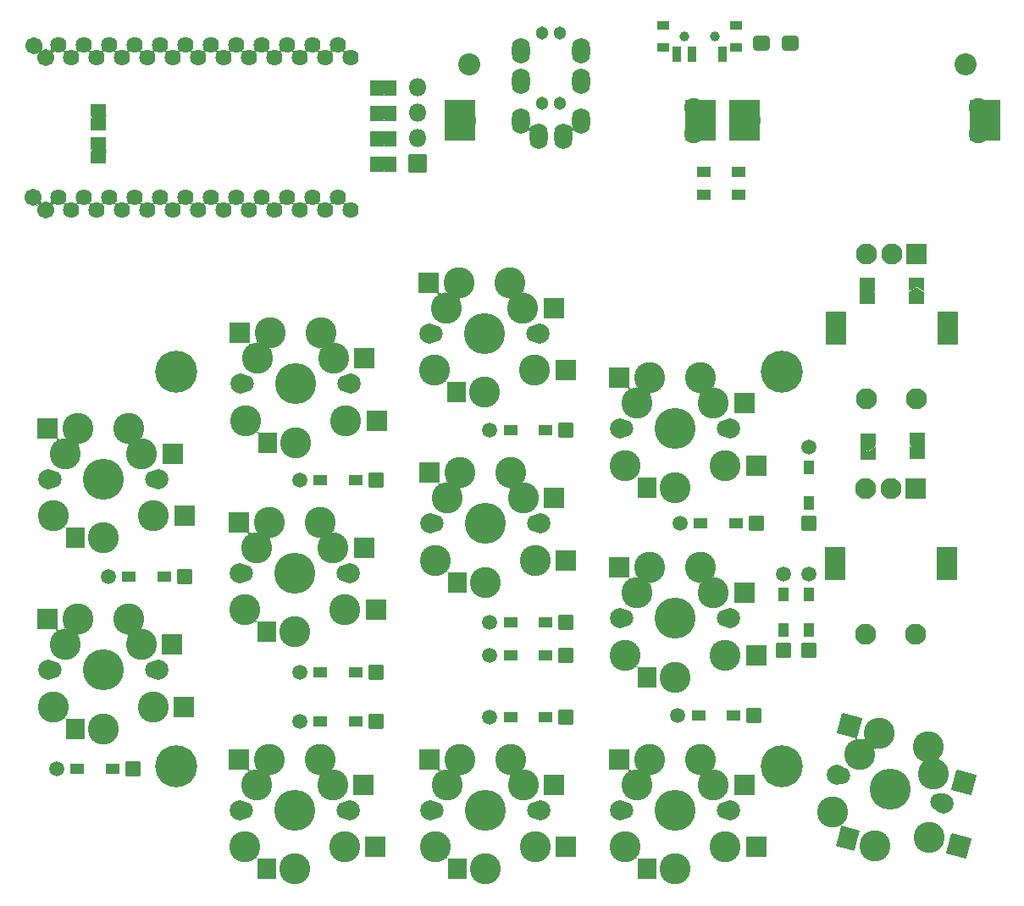
<source format=gts>
G04 #@! TF.GenerationSoftware,KiCad,Pcbnew,(6.0.9-0)*
G04 #@! TF.CreationDate,2022-12-01T20:25:03+09:00*
G04 #@! TF.ProjectId,palette1202-PM,70616c65-7474-4653-9132-30322d504d2e,rev?*
G04 #@! TF.SameCoordinates,Original*
G04 #@! TF.FileFunction,Soldermask,Top*
G04 #@! TF.FilePolarity,Negative*
%FSLAX46Y46*%
G04 Gerber Fmt 4.6, Leading zero omitted, Abs format (unit mm)*
G04 Created by KiCad (PCBNEW (6.0.9-0)) date 2022-12-01 20:25:03*
%MOMM*%
%LPD*%
G01*
G04 APERTURE LIST*
G04 Aperture macros list*
%AMRoundRect*
0 Rectangle with rounded corners*
0 $1 Rounding radius*
0 $2 $3 $4 $5 $6 $7 $8 $9 X,Y pos of 4 corners*
0 Add a 4 corners polygon primitive as box body*
4,1,4,$2,$3,$4,$5,$6,$7,$8,$9,$2,$3,0*
0 Add four circle primitives for the rounded corners*
1,1,$1+$1,$2,$3*
1,1,$1+$1,$4,$5*
1,1,$1+$1,$6,$7*
1,1,$1+$1,$8,$9*
0 Add four rect primitives between the rounded corners*
20,1,$1+$1,$2,$3,$4,$5,0*
20,1,$1+$1,$4,$5,$6,$7,0*
20,1,$1+$1,$6,$7,$8,$9,0*
20,1,$1+$1,$8,$9,$2,$3,0*%
%AMFreePoly0*
4,1,16,0.536062,0.786062,0.542435,0.778290,1.042435,0.028290,1.050010,-0.010002,1.042435,-0.028290,0.542435,-0.778290,0.510002,-0.800010,0.500000,-0.801000,-0.500000,-0.801000,-0.536062,-0.786062,-0.551000,-0.750000,-0.551000,0.750000,-0.536062,0.786062,-0.500000,0.801000,0.500000,0.801000,0.536062,0.786062,0.536062,0.786062,$1*%
%AMFreePoly1*
4,1,16,0.536062,0.786062,0.551000,0.750000,0.551000,-0.750000,0.536062,-0.786062,0.500000,-0.801000,-0.650000,-0.801000,-0.686062,-0.786062,-0.701000,-0.750000,-0.692435,-0.721710,-0.211295,0.000000,-0.692435,0.721710,-0.700010,0.760002,-0.678290,0.792435,-0.650000,0.801000,0.500000,0.801000,0.536062,0.786062,0.536062,0.786062,$1*%
G04 Aperture macros list end*
%ADD10C,1.302000*%
%ADD11O,1.802000X2.602000*%
%ADD12RoundRect,0.051000X-1.000000X1.000000X-1.000000X-1.000000X1.000000X-1.000000X1.000000X1.000000X0*%
%ADD13C,2.102000*%
%ADD14RoundRect,0.051000X-1.000000X1.600000X-1.000000X-1.600000X1.000000X-1.600000X1.000000X1.600000X0*%
%ADD15C,3.102000*%
%ADD16C,1.802000*%
%ADD17C,2.002000*%
%ADD18C,4.102000*%
%ADD19RoundRect,0.051000X1.000000X1.000000X-1.000000X1.000000X-1.000000X-1.000000X1.000000X-1.000000X0*%
%ADD20RoundRect,0.051000X0.900000X1.000000X-0.900000X1.000000X-0.900000X-1.000000X0.900000X-1.000000X0*%
%ADD21RoundRect,0.051000X1.128152X0.732989X-0.610514X1.198863X-1.128152X-0.732989X0.610514X-1.198863X0*%
%ADD22RoundRect,0.051000X1.224745X0.707107X-0.707107X1.224745X-1.224745X-0.707107X0.707107X-1.224745X0*%
%ADD23C,1.702200*%
%ADD24C,1.002000*%
%ADD25RoundRect,0.051000X0.500000X0.400000X-0.500000X0.400000X-0.500000X-0.400000X0.500000X-0.400000X0*%
%ADD26RoundRect,0.051000X0.350000X0.750000X-0.350000X0.750000X-0.350000X-0.750000X0.350000X-0.750000X0*%
%ADD27C,2.202000*%
%ADD28C,1.626000*%
%ADD29C,4.202000*%
%ADD30RoundRect,0.051000X0.850000X0.850000X-0.850000X0.850000X-0.850000X-0.850000X0.850000X-0.850000X0*%
%ADD31O,1.802000X1.802000*%
%ADD32C,1.902000*%
%ADD33RoundRect,0.051000X1.500000X2.000000X-1.500000X2.000000X-1.500000X-2.000000X1.500000X-2.000000X0*%
%ADD34FreePoly0,90.000000*%
%ADD35FreePoly1,90.000000*%
%ADD36FreePoly0,270.000000*%
%ADD37FreePoly1,270.000000*%
%ADD38FreePoly0,0.000000*%
%ADD39FreePoly1,0.000000*%
%ADD40RoundRect,0.300999X-0.537501X-0.425001X0.537501X-0.425001X0.537501X0.425001X-0.537501X0.425001X0*%
%ADD41RoundRect,0.051000X0.475000X-0.650000X0.475000X0.650000X-0.475000X0.650000X-0.475000X-0.650000X0*%
%ADD42RoundRect,0.051000X0.698500X-0.698500X0.698500X0.698500X-0.698500X0.698500X-0.698500X-0.698500X0*%
%ADD43C,1.499000*%
%ADD44RoundRect,0.051000X0.698500X0.698500X-0.698500X0.698500X-0.698500X-0.698500X0.698500X-0.698500X0*%
%ADD45RoundRect,0.051000X0.650000X0.475000X-0.650000X0.475000X-0.650000X-0.475000X0.650000X-0.475000X0*%
G04 APERTURE END LIST*
D10*
X139460000Y-44010000D03*
X139460000Y-37010000D03*
D11*
X137360000Y-45810000D03*
X141560000Y-47310000D03*
X137360000Y-38810000D03*
X137360000Y-41810000D03*
D10*
X141210000Y-37010000D03*
X141210000Y-44010000D03*
D11*
X143310000Y-38810000D03*
X143310000Y-41810000D03*
X143310000Y-45810000D03*
X139110000Y-47310000D03*
D12*
X176800000Y-82600000D03*
D13*
X171800000Y-82600000D03*
X174300000Y-82600000D03*
D14*
X179900000Y-90100000D03*
X168700000Y-90100000D03*
D13*
X171800000Y-97100000D03*
X176800000Y-97100000D03*
D15*
X152750000Y-101450000D03*
X147750000Y-99250000D03*
X157750000Y-99250000D03*
D16*
X147670000Y-95550000D03*
D17*
X158250000Y-95550000D03*
D16*
X157830000Y-95550000D03*
D17*
X147250000Y-95550000D03*
D18*
X152750000Y-95550000D03*
D15*
X148940000Y-93010000D03*
X150210000Y-90470000D03*
X155290000Y-90470000D03*
X156560000Y-93010000D03*
D19*
X147150000Y-90470000D03*
D20*
X149950000Y-101450000D03*
D19*
X160850000Y-99250000D03*
X159650000Y-93010000D03*
D15*
X90560000Y-104380000D03*
X91750000Y-98140000D03*
D16*
X100640000Y-100680000D03*
D17*
X101060000Y-100680000D03*
D16*
X90480000Y-100680000D03*
D15*
X93020000Y-95600000D03*
D18*
X95560000Y-100680000D03*
D17*
X90060000Y-100680000D03*
D15*
X95560000Y-106580000D03*
X100560000Y-104380000D03*
X99370000Y-98140000D03*
X98100000Y-95600000D03*
D19*
X89960000Y-95600000D03*
D20*
X92760000Y-106580000D03*
D19*
X103660000Y-104380000D03*
X102460000Y-98140000D03*
D15*
X112210000Y-85920000D03*
X119750000Y-94700000D03*
X117290000Y-85920000D03*
D16*
X119830000Y-91000000D03*
D15*
X110940000Y-88460000D03*
X109750000Y-94700000D03*
D16*
X109670000Y-91000000D03*
D15*
X118560000Y-88460000D03*
D17*
X120250000Y-91000000D03*
D15*
X114750000Y-96900000D03*
D17*
X109250000Y-91000000D03*
D18*
X114750000Y-91000000D03*
D20*
X111950000Y-96900000D03*
D19*
X109150000Y-85920000D03*
X121650000Y-88460000D03*
X122850000Y-94700000D03*
D18*
X133750000Y-86050000D03*
D15*
X129940000Y-83510000D03*
D17*
X128250000Y-86050000D03*
D15*
X136290000Y-80970000D03*
X138750000Y-89750000D03*
X128750000Y-89750000D03*
D16*
X128670000Y-86050000D03*
D15*
X137560000Y-83510000D03*
X131210000Y-80970000D03*
D17*
X139250000Y-86050000D03*
D16*
X138830000Y-86050000D03*
D15*
X133750000Y-91950000D03*
D19*
X128150000Y-80970000D03*
D20*
X130950000Y-91950000D03*
D19*
X141850000Y-89750000D03*
X140650000Y-83510000D03*
D17*
X147250000Y-76550000D03*
D15*
X156560000Y-74010000D03*
D16*
X157830000Y-76550000D03*
D15*
X152750000Y-82450000D03*
D17*
X158250000Y-76550000D03*
D16*
X147670000Y-76550000D03*
D15*
X147750000Y-80250000D03*
X155290000Y-71470000D03*
X150210000Y-71470000D03*
D18*
X152750000Y-76550000D03*
D15*
X157750000Y-80250000D03*
X148940000Y-74010000D03*
D20*
X149950000Y-82450000D03*
D19*
X147150000Y-71470000D03*
X159650000Y-74010000D03*
X160850000Y-80250000D03*
D17*
X101100000Y-81600000D03*
D16*
X100680000Y-81600000D03*
D15*
X91790000Y-79060000D03*
X99410000Y-79060000D03*
X98140000Y-76520000D03*
X90600000Y-85300000D03*
D18*
X95600000Y-81600000D03*
D15*
X95600000Y-87500000D03*
D17*
X90100000Y-81600000D03*
D15*
X93060000Y-76520000D03*
D16*
X90520000Y-81600000D03*
D15*
X100600000Y-85300000D03*
D19*
X90000000Y-76520000D03*
D20*
X92800000Y-87500000D03*
D19*
X103700000Y-85300000D03*
X102500000Y-79060000D03*
D15*
X147750000Y-118400000D03*
D17*
X147250000Y-114700000D03*
D15*
X152750000Y-120600000D03*
X148940000Y-112160000D03*
D16*
X147670000Y-114700000D03*
D15*
X156560000Y-112160000D03*
D17*
X158250000Y-114700000D03*
D15*
X150210000Y-109620000D03*
D18*
X152750000Y-114700000D03*
D15*
X157750000Y-118400000D03*
D16*
X157830000Y-114700000D03*
D15*
X155290000Y-109620000D03*
D20*
X149950000Y-120600000D03*
D19*
X147150000Y-109620000D03*
X160850000Y-118400000D03*
X159650000Y-112160000D03*
D15*
X178587578Y-111132649D03*
D16*
X169343097Y-111285199D03*
D15*
X178121999Y-117468021D03*
D18*
X174250000Y-112600000D03*
D15*
X168462740Y-114879830D03*
X173111349Y-107035696D03*
X172722968Y-118298962D03*
D17*
X168937408Y-111176495D03*
D16*
X179156903Y-113914801D03*
D17*
X179562592Y-114023505D03*
D15*
X171227223Y-109160448D03*
X178018252Y-108350497D03*
D21*
X170018375Y-117574269D03*
D22*
X170155616Y-106243710D03*
X181116369Y-118270360D03*
X181572289Y-111932400D03*
D23*
X88650000Y-38250000D03*
X88550000Y-53450000D03*
D15*
X128700000Y-70750000D03*
D17*
X139200000Y-67050000D03*
X128200000Y-67050000D03*
D15*
X129890000Y-64510000D03*
D18*
X133700000Y-67050000D03*
D15*
X138700000Y-70750000D03*
X136240000Y-61970000D03*
D16*
X128620000Y-67050000D03*
D15*
X137510000Y-64510000D03*
D16*
X138780000Y-67050000D03*
D15*
X133700000Y-72950000D03*
X131160000Y-61970000D03*
D20*
X130900000Y-72950000D03*
D19*
X128100000Y-61970000D03*
X141800000Y-70750000D03*
X140600000Y-64510000D03*
D18*
X114700000Y-114700000D03*
D17*
X120200000Y-114700000D03*
D15*
X109700000Y-118400000D03*
X118510000Y-112160000D03*
D16*
X119780000Y-114700000D03*
X109620000Y-114700000D03*
D15*
X112160000Y-109620000D03*
X117240000Y-109620000D03*
X110890000Y-112160000D03*
D17*
X109200000Y-114700000D03*
D15*
X119700000Y-118400000D03*
X114700000Y-120600000D03*
D20*
X111900000Y-120600000D03*
D19*
X109100000Y-109620000D03*
X121600000Y-112160000D03*
X122800000Y-118400000D03*
D24*
X156694000Y-37387600D03*
D25*
X158844000Y-38497600D03*
X151544000Y-36287600D03*
D24*
X153694000Y-37387600D03*
D25*
X151544000Y-38497600D03*
X158844000Y-36287600D03*
D26*
X157444000Y-39147600D03*
X154444000Y-39147600D03*
X152944000Y-39147600D03*
D27*
X181784000Y-40140000D03*
X132206000Y-40140000D03*
D15*
X118610000Y-69560000D03*
D16*
X109720000Y-72100000D03*
D15*
X110990000Y-69560000D03*
D17*
X109300000Y-72100000D03*
X120300000Y-72100000D03*
D15*
X117340000Y-67020000D03*
X109800000Y-75800000D03*
D18*
X114800000Y-72100000D03*
D15*
X112260000Y-67020000D03*
X114800000Y-78000000D03*
D16*
X119880000Y-72100000D03*
D15*
X119800000Y-75800000D03*
D20*
X112000000Y-78000000D03*
D19*
X109200000Y-67020000D03*
X121700000Y-69560000D03*
X122900000Y-75800000D03*
D18*
X133750000Y-114700000D03*
D15*
X129940000Y-112160000D03*
D16*
X138830000Y-114700000D03*
D17*
X128250000Y-114700000D03*
X139250000Y-114700000D03*
D15*
X136290000Y-109620000D03*
X138750000Y-118400000D03*
D16*
X128670000Y-114700000D03*
D15*
X131210000Y-109620000D03*
X137560000Y-112160000D03*
X133750000Y-120600000D03*
X128750000Y-118400000D03*
D19*
X128150000Y-109620000D03*
D20*
X130950000Y-120600000D03*
D19*
X140650000Y-112160000D03*
X141850000Y-118400000D03*
D28*
X91072000Y-38193600D03*
X92342000Y-54740000D03*
X94882000Y-54740000D03*
X93612000Y-38193600D03*
X96152000Y-38193600D03*
X97422000Y-54740000D03*
X99962000Y-54740000D03*
X98692000Y-38193600D03*
X101232000Y-38193600D03*
X102502000Y-54740000D03*
X105042000Y-54740000D03*
X103772000Y-38193600D03*
X107582000Y-54740000D03*
X106312000Y-38193600D03*
X110122000Y-54740000D03*
X108852000Y-38193600D03*
X111392000Y-38193600D03*
X112662000Y-54740000D03*
X113932000Y-38193600D03*
X115202000Y-54740000D03*
X116472000Y-38193600D03*
X117742000Y-54740000D03*
X120282000Y-54740000D03*
X119012000Y-38193600D03*
X120282000Y-39500000D03*
X119012000Y-53413600D03*
X117742000Y-39500000D03*
X116472000Y-53413600D03*
X115202000Y-39500000D03*
X113932000Y-53413600D03*
X112662000Y-39500000D03*
X111392000Y-53413600D03*
X110122000Y-39500000D03*
X108852000Y-53413600D03*
X106312000Y-53413600D03*
X107582000Y-39500000D03*
X105042000Y-39500000D03*
X103772000Y-53413600D03*
X101232000Y-53413600D03*
X102502000Y-39500000D03*
X98692000Y-53413600D03*
X99962000Y-39500000D03*
X97422000Y-39500000D03*
X96152000Y-53413600D03*
X93612000Y-53413600D03*
X94882000Y-39500000D03*
X92342000Y-39500000D03*
X91072000Y-53413600D03*
D29*
X102870000Y-70866000D03*
X102870000Y-110302800D03*
X163388800Y-110302800D03*
X163388800Y-70866000D03*
D30*
X126974600Y-50092100D03*
D31*
X126974600Y-47552100D03*
X126974600Y-45012100D03*
X126974600Y-42472100D03*
D32*
X183041800Y-44460000D03*
D33*
X183688000Y-45760000D03*
D32*
X183041800Y-47060000D03*
D33*
X159688000Y-45760000D03*
D32*
X160388000Y-45710000D03*
D33*
X155240000Y-45760000D03*
D32*
X154593800Y-47060000D03*
X154593800Y-44460000D03*
X131940000Y-45710000D03*
D33*
X131240000Y-45760000D03*
D34*
X176911000Y-63488400D03*
D35*
X176911000Y-62038400D03*
D36*
X176961800Y-77576001D03*
D37*
X176961800Y-79026001D03*
D36*
X172034200Y-77623501D03*
D37*
X172034200Y-79073501D03*
D38*
X122846000Y-42510200D03*
D39*
X124296000Y-42510200D03*
D38*
X122846000Y-45050200D03*
D39*
X124296000Y-45050200D03*
D38*
X122846000Y-47590200D03*
D39*
X124296000Y-47590200D03*
D38*
X122846000Y-50130200D03*
D39*
X124296000Y-50130200D03*
D40*
X161376500Y-38073200D03*
X164251500Y-38073200D03*
D23*
X89797000Y-39470200D03*
X89797000Y-54710200D03*
D34*
X95123000Y-49466200D03*
D35*
X95123000Y-48016200D03*
X171958000Y-62063800D03*
D34*
X171958000Y-63513800D03*
D13*
X176900000Y-73600000D03*
X171900000Y-73600000D03*
D14*
X180000000Y-66600000D03*
X168800000Y-66600000D03*
D13*
X174400000Y-59100000D03*
X171900000Y-59100000D03*
D12*
X176900000Y-59100000D03*
D36*
X95123000Y-44714200D03*
D37*
X95123000Y-46164200D03*
D41*
X166141400Y-96694800D03*
D42*
X166141400Y-98729800D03*
D41*
X166141400Y-93144800D03*
D43*
X166141400Y-91109800D03*
D44*
X103708200Y-91338400D03*
D45*
X101673200Y-91338400D03*
D43*
X96088200Y-91338400D03*
D45*
X98123200Y-91338400D03*
X120824800Y-105892600D03*
D44*
X122859800Y-105892600D03*
D45*
X117274800Y-105892600D03*
D43*
X115239800Y-105892600D03*
D41*
X166141400Y-83969400D03*
D42*
X166141400Y-86004400D03*
D43*
X166141400Y-78384400D03*
D41*
X166141400Y-80419400D03*
D45*
X120824800Y-100939600D03*
D44*
X122859800Y-100939600D03*
D45*
X117274800Y-100939600D03*
D43*
X115239800Y-100939600D03*
D44*
X141859000Y-105410000D03*
D45*
X139824000Y-105410000D03*
X136274000Y-105410000D03*
D43*
X134239000Y-105410000D03*
D45*
X139824000Y-76758800D03*
D44*
X141859000Y-76758800D03*
D45*
X136274000Y-76758800D03*
D43*
X134239000Y-76758800D03*
D44*
X141859000Y-95961200D03*
D45*
X139824000Y-95961200D03*
D43*
X134239000Y-95961200D03*
D45*
X136274000Y-95961200D03*
X158620000Y-105232200D03*
D44*
X160655000Y-105232200D03*
D45*
X155070000Y-105232200D03*
D43*
X153035000Y-105232200D03*
D45*
X158823200Y-86029800D03*
D44*
X160858200Y-86029800D03*
D43*
X153238200Y-86029800D03*
D45*
X155273200Y-86029800D03*
X139824000Y-99212400D03*
D44*
X141859000Y-99212400D03*
D43*
X134239000Y-99212400D03*
D45*
X136274000Y-99212400D03*
D42*
X163550600Y-98729800D03*
D41*
X163550600Y-96694800D03*
D43*
X163550600Y-91109800D03*
D41*
X163550600Y-93144800D03*
D45*
X159128000Y-50900200D03*
X155578000Y-50900200D03*
X96491600Y-110566200D03*
D44*
X98526600Y-110566200D03*
D43*
X90906600Y-110566200D03*
D45*
X92941600Y-110566200D03*
X120824800Y-81686400D03*
D44*
X122859800Y-81686400D03*
D43*
X115239800Y-81686400D03*
D45*
X117274800Y-81686400D03*
X159128000Y-53186200D03*
X155578000Y-53186200D03*
D24*
X156694000Y-37387600D03*
X153694000Y-37387600D03*
G36*
X110946485Y-119322913D02*
G01*
X110946282Y-119324663D01*
X110940089Y-119334290D01*
X110939911Y-119334527D01*
X110932753Y-119342689D01*
X110903483Y-119405787D01*
X110912932Y-119474397D01*
X110957974Y-119527005D01*
X111025607Y-119547083D01*
X111026983Y-119548534D01*
X111026414Y-119550452D01*
X111025038Y-119551000D01*
X111000199Y-119551000D01*
X110981262Y-119554767D01*
X110965380Y-119565380D01*
X110954767Y-119581262D01*
X110951000Y-119600199D01*
X110951000Y-119638346D01*
X110950000Y-119640078D01*
X110948000Y-119640078D01*
X110947081Y-119638909D01*
X110927404Y-119571894D01*
X110875061Y-119526539D01*
X110806501Y-119516682D01*
X110744312Y-119544652D01*
X110672851Y-119605148D01*
X110670883Y-119605504D01*
X110669591Y-119603978D01*
X110670260Y-119602101D01*
X110795304Y-119495304D01*
X110943079Y-119322282D01*
X110944964Y-119321614D01*
X110946485Y-119322913D01*
G37*
G36*
X129996485Y-119322913D02*
G01*
X129996282Y-119324663D01*
X129990089Y-119334290D01*
X129989911Y-119334527D01*
X129982753Y-119342689D01*
X129953483Y-119405787D01*
X129962932Y-119474397D01*
X130007974Y-119527005D01*
X130075607Y-119547083D01*
X130076983Y-119548534D01*
X130076414Y-119550452D01*
X130075038Y-119551000D01*
X130050199Y-119551000D01*
X130031262Y-119554767D01*
X130015380Y-119565380D01*
X130004767Y-119581262D01*
X130001000Y-119600199D01*
X130001000Y-119638346D01*
X130000000Y-119640078D01*
X129998000Y-119640078D01*
X129997081Y-119638909D01*
X129977404Y-119571894D01*
X129925061Y-119526539D01*
X129856501Y-119516682D01*
X129794312Y-119544652D01*
X129722851Y-119605148D01*
X129720883Y-119605504D01*
X129719591Y-119603978D01*
X129720260Y-119602101D01*
X129845304Y-119495304D01*
X129993079Y-119322282D01*
X129994964Y-119321614D01*
X129996485Y-119322913D01*
G37*
G36*
X148996485Y-119322913D02*
G01*
X148996282Y-119324663D01*
X148990089Y-119334290D01*
X148989911Y-119334527D01*
X148982753Y-119342689D01*
X148953483Y-119405787D01*
X148962932Y-119474397D01*
X149007974Y-119527005D01*
X149075607Y-119547083D01*
X149076983Y-119548534D01*
X149076414Y-119550452D01*
X149075038Y-119551000D01*
X149050199Y-119551000D01*
X149031262Y-119554767D01*
X149015380Y-119565380D01*
X149004767Y-119581262D01*
X149001000Y-119600199D01*
X149001000Y-119638346D01*
X149000000Y-119640078D01*
X148998000Y-119640078D01*
X148997081Y-119638909D01*
X148977404Y-119571894D01*
X148925061Y-119526539D01*
X148856501Y-119516682D01*
X148794312Y-119544652D01*
X148722851Y-119605148D01*
X148720883Y-119605504D01*
X148719591Y-119603978D01*
X148720260Y-119602101D01*
X148845304Y-119495304D01*
X148993079Y-119322282D01*
X148994964Y-119321614D01*
X148996485Y-119322913D01*
G37*
G36*
X169397184Y-116116467D02*
G01*
X169396887Y-116117932D01*
X169358890Y-116175587D01*
X169358094Y-116244840D01*
X169394896Y-116303580D01*
X169445011Y-116330546D01*
X169446062Y-116332247D01*
X169445114Y-116334008D01*
X169443545Y-116334239D01*
X169420734Y-116328127D01*
X169401470Y-116326864D01*
X169383381Y-116333005D01*
X169369018Y-116345601D01*
X169360480Y-116362915D01*
X169349607Y-116403493D01*
X169348193Y-116404907D01*
X169346261Y-116404389D01*
X169345676Y-116403023D01*
X169344014Y-116333198D01*
X169305195Y-116275843D01*
X169241503Y-116248569D01*
X169178141Y-116257717D01*
X169175324Y-116258927D01*
X169173338Y-116258691D01*
X169172549Y-116256854D01*
X169173490Y-116255384D01*
X169373213Y-116132994D01*
X169393918Y-116115310D01*
X169395885Y-116114946D01*
X169397184Y-116116467D01*
G37*
G36*
X117240000Y-111168994D02*
G01*
X117326973Y-111162149D01*
X117328778Y-111163010D01*
X117328935Y-111165004D01*
X117328651Y-111165442D01*
X117256836Y-111249527D01*
X117170824Y-111389886D01*
X117169067Y-111390840D01*
X117167361Y-111389795D01*
X117167409Y-111387803D01*
X117189959Y-111350641D01*
X117207828Y-111283419D01*
X117186610Y-111217491D01*
X117133030Y-111173430D01*
X117089603Y-111163676D01*
X117064378Y-111162685D01*
X117064083Y-111162652D01*
X117032574Y-111156670D01*
X117031059Y-111155364D01*
X117031432Y-111153399D01*
X117033104Y-111152711D01*
X117240000Y-111168994D01*
G37*
G36*
X136290000Y-111168994D02*
G01*
X136376973Y-111162149D01*
X136378778Y-111163010D01*
X136378935Y-111165004D01*
X136378651Y-111165442D01*
X136306836Y-111249527D01*
X136220824Y-111389886D01*
X136219067Y-111390840D01*
X136217361Y-111389795D01*
X136217409Y-111387803D01*
X136239959Y-111350641D01*
X136257828Y-111283419D01*
X136236610Y-111217491D01*
X136183030Y-111173430D01*
X136139603Y-111163676D01*
X136114378Y-111162685D01*
X136114083Y-111162652D01*
X136082574Y-111156670D01*
X136081059Y-111155364D01*
X136081432Y-111153399D01*
X136083104Y-111152711D01*
X136290000Y-111168994D01*
G37*
G36*
X155290000Y-111168994D02*
G01*
X155376973Y-111162149D01*
X155378778Y-111163010D01*
X155378935Y-111165004D01*
X155378651Y-111165442D01*
X155306836Y-111249527D01*
X155220824Y-111389886D01*
X155219067Y-111390840D01*
X155217361Y-111389795D01*
X155217409Y-111387803D01*
X155239959Y-111350641D01*
X155257828Y-111283419D01*
X155236610Y-111217491D01*
X155183030Y-111173430D01*
X155139603Y-111163676D01*
X155114378Y-111162685D01*
X155114083Y-111162652D01*
X155082574Y-111156670D01*
X155081059Y-111155364D01*
X155081432Y-111153399D01*
X155083104Y-111152711D01*
X155290000Y-111168994D01*
G37*
G36*
X150362119Y-111158025D02*
G01*
X150362276Y-111160019D01*
X150360689Y-111161146D01*
X150351596Y-111162142D01*
X150287386Y-111188887D01*
X150248000Y-111245856D01*
X150245659Y-111315237D01*
X150257981Y-111345593D01*
X150275405Y-111376080D01*
X150275397Y-111378080D01*
X150273660Y-111379072D01*
X150271964Y-111378117D01*
X150193164Y-111249527D01*
X150121349Y-111165442D01*
X150120985Y-111163475D01*
X150122506Y-111162176D01*
X150123027Y-111162149D01*
X150210000Y-111168994D01*
X150360314Y-111157164D01*
X150362119Y-111158025D01*
G37*
G36*
X131362119Y-111158025D02*
G01*
X131362276Y-111160019D01*
X131360689Y-111161146D01*
X131351596Y-111162142D01*
X131287386Y-111188887D01*
X131248000Y-111245856D01*
X131245659Y-111315237D01*
X131257981Y-111345593D01*
X131275405Y-111376080D01*
X131275397Y-111378080D01*
X131273660Y-111379072D01*
X131271964Y-111378117D01*
X131193164Y-111249527D01*
X131121349Y-111165442D01*
X131120985Y-111163475D01*
X131122506Y-111162176D01*
X131123027Y-111162149D01*
X131210000Y-111168994D01*
X131360314Y-111157164D01*
X131362119Y-111158025D01*
G37*
G36*
X112312119Y-111158025D02*
G01*
X112312276Y-111160019D01*
X112310689Y-111161146D01*
X112301596Y-111162142D01*
X112237386Y-111188887D01*
X112198000Y-111245856D01*
X112195659Y-111315237D01*
X112207981Y-111345593D01*
X112225405Y-111376080D01*
X112225397Y-111378080D01*
X112223660Y-111379072D01*
X112221964Y-111378117D01*
X112143164Y-111249527D01*
X112071349Y-111165442D01*
X112070985Y-111163475D01*
X112072506Y-111162176D01*
X112073027Y-111162149D01*
X112160000Y-111168994D01*
X112310314Y-111157164D01*
X112312119Y-111158025D01*
G37*
G36*
X110152919Y-110602047D02*
G01*
X110172596Y-110669062D01*
X110224939Y-110714417D01*
X110293641Y-110724295D01*
X110327628Y-110714249D01*
X110346114Y-110705727D01*
X110346391Y-110705623D01*
X110377187Y-110696647D01*
X110379130Y-110697122D01*
X110379690Y-110699042D01*
X110378512Y-110700415D01*
X110186770Y-110779837D01*
X109996741Y-110896287D01*
X109994742Y-110896340D01*
X109993697Y-110894634D01*
X109994173Y-110893286D01*
X110034366Y-110846037D01*
X110043597Y-110777397D01*
X110014252Y-110714662D01*
X109955518Y-110677668D01*
X109921829Y-110672981D01*
X109920252Y-110671752D01*
X109920527Y-110669771D01*
X109922105Y-110669000D01*
X110099801Y-110669000D01*
X110118738Y-110665233D01*
X110134620Y-110654620D01*
X110145233Y-110638738D01*
X110149000Y-110619801D01*
X110149000Y-110602610D01*
X110150000Y-110600878D01*
X110152000Y-110600878D01*
X110152919Y-110602047D01*
G37*
G36*
X148202919Y-110602047D02*
G01*
X148222596Y-110669062D01*
X148274939Y-110714417D01*
X148343641Y-110724295D01*
X148377628Y-110714249D01*
X148396114Y-110705727D01*
X148396391Y-110705623D01*
X148427187Y-110696647D01*
X148429130Y-110697122D01*
X148429690Y-110699042D01*
X148428512Y-110700415D01*
X148236770Y-110779837D01*
X148046741Y-110896287D01*
X148044742Y-110896340D01*
X148043697Y-110894634D01*
X148044173Y-110893286D01*
X148084366Y-110846037D01*
X148093597Y-110777397D01*
X148064252Y-110714662D01*
X148005518Y-110677668D01*
X147971829Y-110672981D01*
X147970252Y-110671752D01*
X147970527Y-110669771D01*
X147972105Y-110669000D01*
X148149801Y-110669000D01*
X148168738Y-110665233D01*
X148184620Y-110654620D01*
X148195233Y-110638738D01*
X148199000Y-110619801D01*
X148199000Y-110602610D01*
X148200000Y-110600878D01*
X148202000Y-110600878D01*
X148202919Y-110602047D01*
G37*
G36*
X129202919Y-110602047D02*
G01*
X129222596Y-110669062D01*
X129274939Y-110714417D01*
X129343641Y-110724295D01*
X129377628Y-110714249D01*
X129396114Y-110705727D01*
X129396391Y-110705623D01*
X129427187Y-110696647D01*
X129429130Y-110697122D01*
X129429690Y-110699042D01*
X129428512Y-110700415D01*
X129236770Y-110779837D01*
X129046741Y-110896287D01*
X129044742Y-110896340D01*
X129043697Y-110894634D01*
X129044173Y-110893286D01*
X129084366Y-110846037D01*
X129093597Y-110777397D01*
X129064252Y-110714662D01*
X129005518Y-110677668D01*
X128971829Y-110672981D01*
X128970252Y-110671752D01*
X128970527Y-110669771D01*
X128972105Y-110669000D01*
X129149801Y-110669000D01*
X129168738Y-110665233D01*
X129184620Y-110654620D01*
X129195233Y-110638738D01*
X129199000Y-110619801D01*
X129199000Y-110602610D01*
X129200000Y-110600878D01*
X129202000Y-110600878D01*
X129202919Y-110602047D01*
G37*
G36*
X118612028Y-110342246D02*
G01*
X118612094Y-110344021D01*
X118604568Y-110360729D01*
X118604426Y-110360990D01*
X118563077Y-110425274D01*
X118543453Y-110492008D01*
X118562940Y-110558468D01*
X118615384Y-110603948D01*
X118646734Y-110613478D01*
X118697630Y-110621767D01*
X118699179Y-110623032D01*
X118698858Y-110625006D01*
X118697152Y-110625735D01*
X118510000Y-110611006D01*
X118423027Y-110617851D01*
X118421222Y-110616990D01*
X118421065Y-110614996D01*
X118421349Y-110614558D01*
X118493164Y-110530473D01*
X118608565Y-110342155D01*
X118610322Y-110341201D01*
X118612028Y-110342246D01*
G37*
G36*
X156662028Y-110342246D02*
G01*
X156662094Y-110344021D01*
X156654568Y-110360729D01*
X156654426Y-110360990D01*
X156613077Y-110425274D01*
X156593453Y-110492008D01*
X156612940Y-110558468D01*
X156665384Y-110603948D01*
X156696734Y-110613478D01*
X156747630Y-110621767D01*
X156749179Y-110623032D01*
X156748858Y-110625006D01*
X156747152Y-110625735D01*
X156560000Y-110611006D01*
X156473027Y-110617851D01*
X156471222Y-110616990D01*
X156471065Y-110614996D01*
X156471349Y-110614558D01*
X156543164Y-110530473D01*
X156658565Y-110342155D01*
X156660322Y-110341201D01*
X156662028Y-110342246D01*
G37*
G36*
X137662028Y-110342246D02*
G01*
X137662094Y-110344021D01*
X137654568Y-110360729D01*
X137654426Y-110360990D01*
X137613077Y-110425274D01*
X137593453Y-110492008D01*
X137612940Y-110558468D01*
X137665384Y-110603948D01*
X137696734Y-110613478D01*
X137747630Y-110621767D01*
X137749179Y-110623032D01*
X137748858Y-110625006D01*
X137747152Y-110625735D01*
X137560000Y-110611006D01*
X137473027Y-110617851D01*
X137471222Y-110616990D01*
X137471065Y-110614996D01*
X137471349Y-110614558D01*
X137543164Y-110530473D01*
X137658565Y-110342155D01*
X137660322Y-110341201D01*
X137662028Y-110342246D01*
G37*
G36*
X148868828Y-110386857D02*
G01*
X148956836Y-110530473D01*
X149028651Y-110614558D01*
X149029015Y-110616525D01*
X149027494Y-110617824D01*
X149026973Y-110617851D01*
X148940000Y-110611006D01*
X148772080Y-110624222D01*
X148770275Y-110623361D01*
X148770118Y-110621367D01*
X148771653Y-110620246D01*
X148798872Y-110616541D01*
X148862358Y-110588125D01*
X148900239Y-110530145D01*
X148900763Y-110460698D01*
X148890869Y-110436321D01*
X148865361Y-110388849D01*
X148865422Y-110386850D01*
X148867184Y-110385903D01*
X148868828Y-110386857D01*
G37*
G36*
X129868828Y-110386857D02*
G01*
X129956836Y-110530473D01*
X130028651Y-110614558D01*
X130029015Y-110616525D01*
X130027494Y-110617824D01*
X130026973Y-110617851D01*
X129940000Y-110611006D01*
X129772080Y-110624222D01*
X129770275Y-110623361D01*
X129770118Y-110621367D01*
X129771653Y-110620246D01*
X129798872Y-110616541D01*
X129862358Y-110588125D01*
X129900239Y-110530145D01*
X129900763Y-110460698D01*
X129890869Y-110436321D01*
X129865361Y-110388849D01*
X129865422Y-110386850D01*
X129867184Y-110385903D01*
X129868828Y-110386857D01*
G37*
G36*
X110818828Y-110386857D02*
G01*
X110906836Y-110530473D01*
X110978651Y-110614558D01*
X110979015Y-110616525D01*
X110977494Y-110617824D01*
X110976973Y-110617851D01*
X110890000Y-110611006D01*
X110722080Y-110624222D01*
X110720275Y-110623361D01*
X110720118Y-110621367D01*
X110721653Y-110620246D01*
X110748872Y-110616541D01*
X110812358Y-110588125D01*
X110850239Y-110530145D01*
X110850763Y-110460698D01*
X110840869Y-110436321D01*
X110815361Y-110388849D01*
X110815422Y-110386850D01*
X110817184Y-110385903D01*
X110818828Y-110386857D01*
G37*
G36*
X177539586Y-109823677D02*
G01*
X177699134Y-109861982D01*
X177700585Y-109863359D01*
X177700118Y-109865304D01*
X177699712Y-109865632D01*
X177677104Y-109879485D01*
X177524861Y-110009513D01*
X177522894Y-110009877D01*
X177521595Y-110008356D01*
X177521864Y-110006936D01*
X177556553Y-109951175D01*
X177555537Y-109881923D01*
X177517182Y-109824124D01*
X177482303Y-109804263D01*
X177481293Y-109802537D01*
X177482283Y-109800799D01*
X177484058Y-109800677D01*
X177539586Y-109823677D01*
G37*
G36*
X179110119Y-109452683D02*
G01*
X179109656Y-109454366D01*
X179106629Y-109457818D01*
X179106417Y-109458026D01*
X179091779Y-109470417D01*
X179053501Y-109528496D01*
X179052703Y-109597749D01*
X179089518Y-109656510D01*
X179133730Y-109681687D01*
X179169074Y-109693001D01*
X179169349Y-109693112D01*
X179229388Y-109722720D01*
X179230499Y-109724383D01*
X179229614Y-109726177D01*
X179227738Y-109726362D01*
X179066244Y-109659469D01*
X178906696Y-109621164D01*
X178905245Y-109619787D01*
X178905712Y-109617842D01*
X178906118Y-109617514D01*
X178928726Y-109603661D01*
X179106853Y-109451526D01*
X179108820Y-109451162D01*
X179110119Y-109452683D01*
G37*
G36*
X172632437Y-108508775D02*
G01*
X172632680Y-108508876D01*
X172847006Y-108560331D01*
X172848457Y-108561708D01*
X172847990Y-108563653D01*
X172846735Y-108564266D01*
X172787085Y-108570129D01*
X172732763Y-108613094D01*
X172710241Y-108678758D01*
X172713147Y-108711385D01*
X172738107Y-108821692D01*
X172737514Y-108823602D01*
X172735563Y-108824043D01*
X172734211Y-108822600D01*
X172700403Y-108681782D01*
X172629823Y-108511387D01*
X172630084Y-108509404D01*
X172631932Y-108508639D01*
X172632437Y-108508775D01*
G37*
G36*
X170917261Y-107465829D02*
G01*
X170917846Y-107467195D01*
X170919508Y-107537021D01*
X170958327Y-107594376D01*
X171022150Y-107621707D01*
X171048785Y-107621490D01*
X171050525Y-107622476D01*
X171050541Y-107624476D01*
X171048958Y-107625484D01*
X170984908Y-107630525D01*
X170748557Y-107687268D01*
X170604155Y-107747081D01*
X170602172Y-107746820D01*
X170601407Y-107744972D01*
X170602553Y-107743417D01*
X170690861Y-107702706D01*
X170743268Y-107656967D01*
X170762543Y-107590445D01*
X170742793Y-107524062D01*
X170690126Y-107478754D01*
X170671317Y-107472030D01*
X170670022Y-107470506D01*
X170670696Y-107468622D01*
X170672508Y-107468215D01*
X170849850Y-107515734D01*
X170869114Y-107516997D01*
X170887202Y-107510856D01*
X170901566Y-107498260D01*
X170910104Y-107480946D01*
X170913915Y-107466725D01*
X170915329Y-107465311D01*
X170917261Y-107465829D01*
G37*
G36*
X171601681Y-107362382D02*
G01*
X171638169Y-107514362D01*
X171708749Y-107684757D01*
X171708488Y-107686740D01*
X171706640Y-107687505D01*
X171706135Y-107687369D01*
X171705892Y-107687268D01*
X171495357Y-107636723D01*
X171493906Y-107635346D01*
X171494373Y-107633401D01*
X171495576Y-107632793D01*
X171555673Y-107625293D01*
X171608851Y-107580922D01*
X171629632Y-107514739D01*
X171622408Y-107470821D01*
X171615208Y-107450769D01*
X171615128Y-107450483D01*
X171597774Y-107363239D01*
X171598417Y-107361345D01*
X171600379Y-107360955D01*
X171601681Y-107362382D01*
G37*
G36*
X91806485Y-105302913D02*
G01*
X91806282Y-105304663D01*
X91800089Y-105314290D01*
X91799911Y-105314527D01*
X91792753Y-105322689D01*
X91763483Y-105385787D01*
X91772932Y-105454397D01*
X91817974Y-105507005D01*
X91885607Y-105527083D01*
X91886983Y-105528534D01*
X91886414Y-105530452D01*
X91885038Y-105531000D01*
X91860199Y-105531000D01*
X91841262Y-105534767D01*
X91825380Y-105545380D01*
X91814767Y-105561262D01*
X91811000Y-105580199D01*
X91811000Y-105618346D01*
X91810000Y-105620078D01*
X91808000Y-105620078D01*
X91807081Y-105618909D01*
X91787404Y-105551894D01*
X91735061Y-105506539D01*
X91666501Y-105496682D01*
X91604312Y-105524652D01*
X91532851Y-105585148D01*
X91530883Y-105585504D01*
X91529591Y-105583978D01*
X91530260Y-105582101D01*
X91655304Y-105475304D01*
X91803079Y-105302282D01*
X91804964Y-105301614D01*
X91806485Y-105302913D01*
G37*
G36*
X148996485Y-100172913D02*
G01*
X148996282Y-100174663D01*
X148990089Y-100184290D01*
X148989911Y-100184527D01*
X148982753Y-100192689D01*
X148953483Y-100255787D01*
X148962932Y-100324397D01*
X149007974Y-100377005D01*
X149075607Y-100397083D01*
X149076983Y-100398534D01*
X149076414Y-100400452D01*
X149075038Y-100401000D01*
X149050199Y-100401000D01*
X149031262Y-100404767D01*
X149015380Y-100415380D01*
X149004767Y-100431262D01*
X149001000Y-100450199D01*
X149001000Y-100488346D01*
X149000000Y-100490078D01*
X148998000Y-100490078D01*
X148997081Y-100488909D01*
X148977404Y-100421894D01*
X148925061Y-100376539D01*
X148856501Y-100366682D01*
X148794312Y-100394652D01*
X148722851Y-100455148D01*
X148720883Y-100455504D01*
X148719591Y-100453978D01*
X148720260Y-100452101D01*
X148845304Y-100345304D01*
X148993079Y-100172282D01*
X148994964Y-100171614D01*
X148996485Y-100172913D01*
G37*
G36*
X98100000Y-97148994D02*
G01*
X98186973Y-97142149D01*
X98188778Y-97143010D01*
X98188935Y-97145004D01*
X98188651Y-97145442D01*
X98116836Y-97229527D01*
X98030824Y-97369886D01*
X98029067Y-97370840D01*
X98027361Y-97369795D01*
X98027409Y-97367803D01*
X98049959Y-97330641D01*
X98067828Y-97263419D01*
X98046610Y-97197491D01*
X97993030Y-97153430D01*
X97949603Y-97143676D01*
X97924378Y-97142685D01*
X97924083Y-97142652D01*
X97892574Y-97136670D01*
X97891059Y-97135364D01*
X97891432Y-97133399D01*
X97893104Y-97132711D01*
X98100000Y-97148994D01*
G37*
G36*
X93172119Y-97138025D02*
G01*
X93172276Y-97140019D01*
X93170689Y-97141146D01*
X93161596Y-97142142D01*
X93097386Y-97168887D01*
X93058000Y-97225856D01*
X93055659Y-97295237D01*
X93067981Y-97325593D01*
X93085405Y-97356080D01*
X93085397Y-97358080D01*
X93083660Y-97359072D01*
X93081964Y-97358117D01*
X93003164Y-97229527D01*
X92931349Y-97145442D01*
X92930985Y-97143475D01*
X92932506Y-97142176D01*
X92933027Y-97142149D01*
X93020000Y-97148994D01*
X93170314Y-97137164D01*
X93172119Y-97138025D01*
G37*
G36*
X91012919Y-96582047D02*
G01*
X91032596Y-96649062D01*
X91084939Y-96694417D01*
X91153641Y-96704295D01*
X91187628Y-96694249D01*
X91206114Y-96685727D01*
X91206391Y-96685623D01*
X91237187Y-96676647D01*
X91239130Y-96677122D01*
X91239690Y-96679042D01*
X91238512Y-96680415D01*
X91046770Y-96759837D01*
X90856741Y-96876287D01*
X90854742Y-96876340D01*
X90853697Y-96874634D01*
X90854173Y-96873286D01*
X90894366Y-96826037D01*
X90903597Y-96757397D01*
X90874252Y-96694662D01*
X90815518Y-96657668D01*
X90781829Y-96652981D01*
X90780252Y-96651752D01*
X90780527Y-96649771D01*
X90782105Y-96649000D01*
X90959801Y-96649000D01*
X90978738Y-96645233D01*
X90994620Y-96634620D01*
X91005233Y-96618738D01*
X91009000Y-96599801D01*
X91009000Y-96582610D01*
X91010000Y-96580878D01*
X91012000Y-96580878D01*
X91012919Y-96582047D01*
G37*
G36*
X99472028Y-96322246D02*
G01*
X99472094Y-96324021D01*
X99464568Y-96340729D01*
X99464426Y-96340990D01*
X99423077Y-96405274D01*
X99403453Y-96472008D01*
X99422940Y-96538468D01*
X99475384Y-96583948D01*
X99506734Y-96593478D01*
X99557630Y-96601767D01*
X99559179Y-96603032D01*
X99558858Y-96605006D01*
X99557152Y-96605735D01*
X99370000Y-96591006D01*
X99283027Y-96597851D01*
X99281222Y-96596990D01*
X99281065Y-96594996D01*
X99281349Y-96594558D01*
X99353164Y-96510473D01*
X99468565Y-96322155D01*
X99470322Y-96321201D01*
X99472028Y-96322246D01*
G37*
G36*
X91678828Y-96366857D02*
G01*
X91766836Y-96510473D01*
X91838651Y-96594558D01*
X91839015Y-96596525D01*
X91837494Y-96597824D01*
X91836973Y-96597851D01*
X91750000Y-96591006D01*
X91582080Y-96604222D01*
X91580275Y-96603361D01*
X91580118Y-96601367D01*
X91581653Y-96600246D01*
X91608872Y-96596541D01*
X91672358Y-96568125D01*
X91710239Y-96510145D01*
X91710763Y-96440698D01*
X91700869Y-96416321D01*
X91675361Y-96368849D01*
X91675422Y-96366850D01*
X91677184Y-96365903D01*
X91678828Y-96366857D01*
G37*
G36*
X110996485Y-95622913D02*
G01*
X110996282Y-95624663D01*
X110990089Y-95634290D01*
X110989911Y-95634527D01*
X110982753Y-95642689D01*
X110953483Y-95705787D01*
X110962932Y-95774397D01*
X111007974Y-95827005D01*
X111075607Y-95847083D01*
X111076983Y-95848534D01*
X111076414Y-95850452D01*
X111075038Y-95851000D01*
X111050199Y-95851000D01*
X111031262Y-95854767D01*
X111015380Y-95865380D01*
X111004767Y-95881262D01*
X111001000Y-95900199D01*
X111001000Y-95938346D01*
X111000000Y-95940078D01*
X110998000Y-95940078D01*
X110997081Y-95938909D01*
X110977404Y-95871894D01*
X110925061Y-95826539D01*
X110856501Y-95816682D01*
X110794312Y-95844652D01*
X110722851Y-95905148D01*
X110720883Y-95905504D01*
X110719591Y-95903978D01*
X110720260Y-95902101D01*
X110845304Y-95795304D01*
X110993079Y-95622282D01*
X110994964Y-95621614D01*
X110996485Y-95622913D01*
G37*
G36*
X155290000Y-92018994D02*
G01*
X155376973Y-92012149D01*
X155378778Y-92013010D01*
X155378935Y-92015004D01*
X155378651Y-92015442D01*
X155306836Y-92099527D01*
X155220824Y-92239886D01*
X155219067Y-92240840D01*
X155217361Y-92239795D01*
X155217409Y-92237803D01*
X155239959Y-92200641D01*
X155257828Y-92133419D01*
X155236610Y-92067491D01*
X155183030Y-92023430D01*
X155139603Y-92013676D01*
X155114378Y-92012685D01*
X155114083Y-92012652D01*
X155082574Y-92006670D01*
X155081059Y-92005364D01*
X155081432Y-92003399D01*
X155083104Y-92002711D01*
X155290000Y-92018994D01*
G37*
G36*
X150362119Y-92008025D02*
G01*
X150362276Y-92010019D01*
X150360689Y-92011146D01*
X150351596Y-92012142D01*
X150287386Y-92038887D01*
X150248000Y-92095856D01*
X150245659Y-92165237D01*
X150257981Y-92195593D01*
X150275405Y-92226080D01*
X150275397Y-92228080D01*
X150273660Y-92229072D01*
X150271964Y-92228117D01*
X150193164Y-92099527D01*
X150121349Y-92015442D01*
X150120985Y-92013475D01*
X150122506Y-92012176D01*
X150123027Y-92012149D01*
X150210000Y-92018994D01*
X150360314Y-92007164D01*
X150362119Y-92008025D01*
G37*
G36*
X148202919Y-91452047D02*
G01*
X148222596Y-91519062D01*
X148274939Y-91564417D01*
X148343641Y-91574295D01*
X148377628Y-91564249D01*
X148396114Y-91555727D01*
X148396391Y-91555623D01*
X148427187Y-91546647D01*
X148429130Y-91547122D01*
X148429690Y-91549042D01*
X148428512Y-91550415D01*
X148236770Y-91629837D01*
X148046741Y-91746287D01*
X148044742Y-91746340D01*
X148043697Y-91744634D01*
X148044173Y-91743286D01*
X148084366Y-91696037D01*
X148093597Y-91627397D01*
X148064252Y-91564662D01*
X148005518Y-91527668D01*
X147971829Y-91522981D01*
X147970252Y-91521752D01*
X147970527Y-91519771D01*
X147972105Y-91519000D01*
X148149801Y-91519000D01*
X148168738Y-91515233D01*
X148184620Y-91504620D01*
X148195233Y-91488738D01*
X148199000Y-91469801D01*
X148199000Y-91452610D01*
X148200000Y-91450878D01*
X148202000Y-91450878D01*
X148202919Y-91452047D01*
G37*
G36*
X156662028Y-91192246D02*
G01*
X156662094Y-91194021D01*
X156654568Y-91210729D01*
X156654426Y-91210990D01*
X156613077Y-91275274D01*
X156593453Y-91342008D01*
X156612940Y-91408468D01*
X156665384Y-91453948D01*
X156696734Y-91463478D01*
X156747630Y-91471767D01*
X156749179Y-91473032D01*
X156748858Y-91475006D01*
X156747152Y-91475735D01*
X156560000Y-91461006D01*
X156473027Y-91467851D01*
X156471222Y-91466990D01*
X156471065Y-91464996D01*
X156471349Y-91464558D01*
X156543164Y-91380473D01*
X156658565Y-91192155D01*
X156660322Y-91191201D01*
X156662028Y-91192246D01*
G37*
G36*
X148868828Y-91236857D02*
G01*
X148956836Y-91380473D01*
X149028651Y-91464558D01*
X149029015Y-91466525D01*
X149027494Y-91467824D01*
X149026973Y-91467851D01*
X148940000Y-91461006D01*
X148772080Y-91474222D01*
X148770275Y-91473361D01*
X148770118Y-91471367D01*
X148771653Y-91470246D01*
X148798872Y-91466541D01*
X148862358Y-91438125D01*
X148900239Y-91380145D01*
X148900763Y-91310698D01*
X148890869Y-91286321D01*
X148865361Y-91238849D01*
X148865422Y-91236850D01*
X148867184Y-91235903D01*
X148868828Y-91236857D01*
G37*
G36*
X129996485Y-90672913D02*
G01*
X129996282Y-90674663D01*
X129990089Y-90684290D01*
X129989911Y-90684527D01*
X129982753Y-90692689D01*
X129953483Y-90755787D01*
X129962932Y-90824397D01*
X130007974Y-90877005D01*
X130075607Y-90897083D01*
X130076983Y-90898534D01*
X130076414Y-90900452D01*
X130075038Y-90901000D01*
X130050199Y-90901000D01*
X130031262Y-90904767D01*
X130015380Y-90915380D01*
X130004767Y-90931262D01*
X130001000Y-90950199D01*
X130001000Y-90988346D01*
X130000000Y-90990078D01*
X129998000Y-90990078D01*
X129997081Y-90988909D01*
X129977404Y-90921894D01*
X129925061Y-90876539D01*
X129856501Y-90866682D01*
X129794312Y-90894652D01*
X129722851Y-90955148D01*
X129720883Y-90955504D01*
X129719591Y-90953978D01*
X129720260Y-90952101D01*
X129845304Y-90845304D01*
X129993079Y-90672282D01*
X129994964Y-90671614D01*
X129996485Y-90672913D01*
G37*
G36*
X117290000Y-87468994D02*
G01*
X117376973Y-87462149D01*
X117378778Y-87463010D01*
X117378935Y-87465004D01*
X117378651Y-87465442D01*
X117306836Y-87549527D01*
X117220824Y-87689886D01*
X117219067Y-87690840D01*
X117217361Y-87689795D01*
X117217409Y-87687803D01*
X117239959Y-87650641D01*
X117257828Y-87583419D01*
X117236610Y-87517491D01*
X117183030Y-87473430D01*
X117139603Y-87463676D01*
X117114378Y-87462685D01*
X117114083Y-87462652D01*
X117082574Y-87456670D01*
X117081059Y-87455364D01*
X117081432Y-87453399D01*
X117083104Y-87452711D01*
X117290000Y-87468994D01*
G37*
G36*
X112362119Y-87458025D02*
G01*
X112362276Y-87460019D01*
X112360689Y-87461146D01*
X112351596Y-87462142D01*
X112287386Y-87488887D01*
X112248000Y-87545856D01*
X112245659Y-87615237D01*
X112257981Y-87645593D01*
X112275405Y-87676080D01*
X112275397Y-87678080D01*
X112273660Y-87679072D01*
X112271964Y-87678117D01*
X112193164Y-87549527D01*
X112121349Y-87465442D01*
X112120985Y-87463475D01*
X112122506Y-87462176D01*
X112123027Y-87462149D01*
X112210000Y-87468994D01*
X112360314Y-87457164D01*
X112362119Y-87458025D01*
G37*
G36*
X110202919Y-86902047D02*
G01*
X110222596Y-86969062D01*
X110274939Y-87014417D01*
X110343641Y-87024295D01*
X110377628Y-87014249D01*
X110396114Y-87005727D01*
X110396391Y-87005623D01*
X110427187Y-86996647D01*
X110429130Y-86997122D01*
X110429690Y-86999042D01*
X110428512Y-87000415D01*
X110236770Y-87079837D01*
X110046741Y-87196287D01*
X110044742Y-87196340D01*
X110043697Y-87194634D01*
X110044173Y-87193286D01*
X110084366Y-87146037D01*
X110093597Y-87077397D01*
X110064252Y-87014662D01*
X110005518Y-86977668D01*
X109971829Y-86972981D01*
X109970252Y-86971752D01*
X109970527Y-86969771D01*
X109972105Y-86969000D01*
X110149801Y-86969000D01*
X110168738Y-86965233D01*
X110184620Y-86954620D01*
X110195233Y-86938738D01*
X110199000Y-86919801D01*
X110199000Y-86902610D01*
X110200000Y-86900878D01*
X110202000Y-86900878D01*
X110202919Y-86902047D01*
G37*
G36*
X118662028Y-86642246D02*
G01*
X118662094Y-86644021D01*
X118654568Y-86660729D01*
X118654426Y-86660990D01*
X118613077Y-86725274D01*
X118593453Y-86792008D01*
X118612940Y-86858468D01*
X118665384Y-86903948D01*
X118696734Y-86913478D01*
X118747630Y-86921767D01*
X118749179Y-86923032D01*
X118748858Y-86925006D01*
X118747152Y-86925735D01*
X118560000Y-86911006D01*
X118473027Y-86917851D01*
X118471222Y-86916990D01*
X118471065Y-86914996D01*
X118471349Y-86914558D01*
X118543164Y-86830473D01*
X118658565Y-86642155D01*
X118660322Y-86641201D01*
X118662028Y-86642246D01*
G37*
G36*
X110868828Y-86686857D02*
G01*
X110956836Y-86830473D01*
X111028651Y-86914558D01*
X111029015Y-86916525D01*
X111027494Y-86917824D01*
X111026973Y-86917851D01*
X110940000Y-86911006D01*
X110772080Y-86924222D01*
X110770275Y-86923361D01*
X110770118Y-86921367D01*
X110771653Y-86920246D01*
X110798872Y-86916541D01*
X110862358Y-86888125D01*
X110900239Y-86830145D01*
X110900763Y-86760698D01*
X110890869Y-86736321D01*
X110865361Y-86688849D01*
X110865422Y-86686850D01*
X110867184Y-86685903D01*
X110868828Y-86686857D01*
G37*
G36*
X91846485Y-86222913D02*
G01*
X91846282Y-86224663D01*
X91840089Y-86234290D01*
X91839911Y-86234527D01*
X91832753Y-86242689D01*
X91803483Y-86305787D01*
X91812932Y-86374397D01*
X91857974Y-86427005D01*
X91925607Y-86447083D01*
X91926983Y-86448534D01*
X91926414Y-86450452D01*
X91925038Y-86451000D01*
X91900199Y-86451000D01*
X91881262Y-86454767D01*
X91865380Y-86465380D01*
X91854767Y-86481262D01*
X91851000Y-86500199D01*
X91851000Y-86538346D01*
X91850000Y-86540078D01*
X91848000Y-86540078D01*
X91847081Y-86538909D01*
X91827404Y-86471894D01*
X91775061Y-86426539D01*
X91706501Y-86416682D01*
X91644312Y-86444652D01*
X91572851Y-86505148D01*
X91570883Y-86505504D01*
X91569591Y-86503978D01*
X91570260Y-86502101D01*
X91695304Y-86395304D01*
X91843079Y-86222282D01*
X91844964Y-86221614D01*
X91846485Y-86222913D01*
G37*
G36*
X136290000Y-82518994D02*
G01*
X136376973Y-82512149D01*
X136378778Y-82513010D01*
X136378935Y-82515004D01*
X136378651Y-82515442D01*
X136306836Y-82599527D01*
X136220824Y-82739886D01*
X136219067Y-82740840D01*
X136217361Y-82739795D01*
X136217409Y-82737803D01*
X136239959Y-82700641D01*
X136257828Y-82633419D01*
X136236610Y-82567491D01*
X136183030Y-82523430D01*
X136139603Y-82513676D01*
X136114378Y-82512685D01*
X136114083Y-82512652D01*
X136082574Y-82506670D01*
X136081059Y-82505364D01*
X136081432Y-82503399D01*
X136083104Y-82502711D01*
X136290000Y-82518994D01*
G37*
G36*
X131362119Y-82508025D02*
G01*
X131362276Y-82510019D01*
X131360689Y-82511146D01*
X131351596Y-82512142D01*
X131287386Y-82538887D01*
X131248000Y-82595856D01*
X131245659Y-82665237D01*
X131257981Y-82695593D01*
X131275405Y-82726080D01*
X131275397Y-82728080D01*
X131273660Y-82729072D01*
X131271964Y-82728117D01*
X131193164Y-82599527D01*
X131121349Y-82515442D01*
X131120985Y-82513475D01*
X131122506Y-82512176D01*
X131123027Y-82512149D01*
X131210000Y-82518994D01*
X131360314Y-82507164D01*
X131362119Y-82508025D01*
G37*
G36*
X129202919Y-81952047D02*
G01*
X129222596Y-82019062D01*
X129274939Y-82064417D01*
X129343641Y-82074295D01*
X129377628Y-82064249D01*
X129396114Y-82055727D01*
X129396391Y-82055623D01*
X129427187Y-82046647D01*
X129429130Y-82047122D01*
X129429690Y-82049042D01*
X129428512Y-82050415D01*
X129236770Y-82129837D01*
X129046741Y-82246287D01*
X129044742Y-82246340D01*
X129043697Y-82244634D01*
X129044173Y-82243286D01*
X129084366Y-82196037D01*
X129093597Y-82127397D01*
X129064252Y-82064662D01*
X129005518Y-82027668D01*
X128971829Y-82022981D01*
X128970252Y-82021752D01*
X128970527Y-82019771D01*
X128972105Y-82019000D01*
X129149801Y-82019000D01*
X129168738Y-82015233D01*
X129184620Y-82004620D01*
X129195233Y-81988738D01*
X129199000Y-81969801D01*
X129199000Y-81952610D01*
X129200000Y-81950878D01*
X129202000Y-81950878D01*
X129202919Y-81952047D01*
G37*
G36*
X137662028Y-81692246D02*
G01*
X137662094Y-81694021D01*
X137654568Y-81710729D01*
X137654426Y-81710990D01*
X137613077Y-81775274D01*
X137593453Y-81842008D01*
X137612940Y-81908468D01*
X137665384Y-81953948D01*
X137696734Y-81963478D01*
X137747630Y-81971767D01*
X137749179Y-81973032D01*
X137748858Y-81975006D01*
X137747152Y-81975735D01*
X137560000Y-81961006D01*
X137473027Y-81967851D01*
X137471222Y-81966990D01*
X137471065Y-81964996D01*
X137471349Y-81964558D01*
X137543164Y-81880473D01*
X137658565Y-81692155D01*
X137660322Y-81691201D01*
X137662028Y-81692246D01*
G37*
G36*
X129868828Y-81736857D02*
G01*
X129956836Y-81880473D01*
X130028651Y-81964558D01*
X130029015Y-81966525D01*
X130027494Y-81967824D01*
X130026973Y-81967851D01*
X129940000Y-81961006D01*
X129772080Y-81974222D01*
X129770275Y-81973361D01*
X129770118Y-81971367D01*
X129771653Y-81970246D01*
X129798872Y-81966541D01*
X129862358Y-81938125D01*
X129900239Y-81880145D01*
X129900763Y-81810698D01*
X129890869Y-81786321D01*
X129865361Y-81738849D01*
X129865422Y-81736850D01*
X129867184Y-81735903D01*
X129868828Y-81736857D01*
G37*
G36*
X148996485Y-81172913D02*
G01*
X148996282Y-81174663D01*
X148990089Y-81184290D01*
X148989911Y-81184527D01*
X148982753Y-81192689D01*
X148953483Y-81255787D01*
X148962932Y-81324397D01*
X149007974Y-81377005D01*
X149075607Y-81397083D01*
X149076983Y-81398534D01*
X149076414Y-81400452D01*
X149075038Y-81401000D01*
X149050199Y-81401000D01*
X149031262Y-81404767D01*
X149015380Y-81415380D01*
X149004767Y-81431262D01*
X149001000Y-81450199D01*
X149001000Y-81488346D01*
X149000000Y-81490078D01*
X148998000Y-81490078D01*
X148997081Y-81488909D01*
X148977404Y-81421894D01*
X148925061Y-81376539D01*
X148856501Y-81366682D01*
X148794312Y-81394652D01*
X148722851Y-81455148D01*
X148720883Y-81455504D01*
X148719591Y-81453978D01*
X148720260Y-81452101D01*
X148845304Y-81345304D01*
X148993079Y-81172282D01*
X148994964Y-81171614D01*
X148996485Y-81172913D01*
G37*
G36*
X172807839Y-78170238D02*
G01*
X172807377Y-78171651D01*
X172806760Y-78172388D01*
X172806494Y-78172651D01*
X172804789Y-78174049D01*
X172804860Y-78174480D01*
X172804521Y-78175059D01*
X172762529Y-78225192D01*
X172753821Y-78293901D01*
X172783671Y-78356471D01*
X172796315Y-78365439D01*
X172796574Y-78365657D01*
X172808198Y-78377305D01*
X172808713Y-78379238D01*
X172807298Y-78380650D01*
X172806015Y-78380565D01*
X172793802Y-78375491D01*
X172774699Y-78375471D01*
X172756853Y-78382841D01*
X172035309Y-78863870D01*
X172033314Y-78863999D01*
X172033091Y-78863870D01*
X171311463Y-78382784D01*
X171303038Y-78378288D01*
X171284200Y-78374541D01*
X171267819Y-78377799D01*
X171265925Y-78377156D01*
X171265535Y-78375194D01*
X171265894Y-78374554D01*
X171307655Y-78324582D01*
X171316286Y-78255866D01*
X171286321Y-78193236D01*
X171267655Y-78177080D01*
X171267551Y-78176983D01*
X171264746Y-78174183D01*
X171264227Y-78172252D01*
X171265640Y-78170837D01*
X171267268Y-78171104D01*
X172006855Y-78664162D01*
X172024597Y-78671511D01*
X172043701Y-78671531D01*
X172061547Y-78664161D01*
X172804734Y-78168703D01*
X172806729Y-78168574D01*
X172807839Y-78170238D01*
G37*
G36*
X177735439Y-78122738D02*
G01*
X177734977Y-78124151D01*
X177734360Y-78124888D01*
X177734094Y-78125151D01*
X177732389Y-78126549D01*
X177732460Y-78126980D01*
X177732121Y-78127559D01*
X177690129Y-78177692D01*
X177681421Y-78246401D01*
X177711271Y-78308971D01*
X177723915Y-78317939D01*
X177724174Y-78318157D01*
X177735798Y-78329805D01*
X177736313Y-78331738D01*
X177734898Y-78333150D01*
X177733615Y-78333065D01*
X177721402Y-78327991D01*
X177702299Y-78327971D01*
X177684453Y-78335341D01*
X176962909Y-78816370D01*
X176960914Y-78816499D01*
X176960691Y-78816370D01*
X176239063Y-78335284D01*
X176230638Y-78330788D01*
X176211800Y-78327041D01*
X176195419Y-78330299D01*
X176193525Y-78329656D01*
X176193135Y-78327694D01*
X176193494Y-78327054D01*
X176235255Y-78277082D01*
X176243886Y-78208366D01*
X176213921Y-78145736D01*
X176195255Y-78129580D01*
X176195151Y-78129483D01*
X176192346Y-78126683D01*
X176191827Y-78124752D01*
X176193240Y-78123337D01*
X176194868Y-78123604D01*
X176934455Y-78616662D01*
X176952197Y-78624011D01*
X176971301Y-78624031D01*
X176989147Y-78616661D01*
X177732334Y-78121203D01*
X177734329Y-78121074D01*
X177735439Y-78122738D01*
G37*
G36*
X98140000Y-78068994D02*
G01*
X98226973Y-78062149D01*
X98228778Y-78063010D01*
X98228935Y-78065004D01*
X98228651Y-78065442D01*
X98156836Y-78149527D01*
X98070824Y-78289886D01*
X98069067Y-78290840D01*
X98067361Y-78289795D01*
X98067409Y-78287803D01*
X98089959Y-78250641D01*
X98107828Y-78183419D01*
X98086610Y-78117491D01*
X98033030Y-78073430D01*
X97989603Y-78063676D01*
X97964378Y-78062685D01*
X97964083Y-78062652D01*
X97932574Y-78056670D01*
X97931059Y-78055364D01*
X97931432Y-78053399D01*
X97933104Y-78052711D01*
X98140000Y-78068994D01*
G37*
G36*
X93212119Y-78058025D02*
G01*
X93212276Y-78060019D01*
X93210689Y-78061146D01*
X93201596Y-78062142D01*
X93137386Y-78088887D01*
X93098000Y-78145856D01*
X93095659Y-78215237D01*
X93107981Y-78245593D01*
X93125405Y-78276080D01*
X93125397Y-78278080D01*
X93123660Y-78279072D01*
X93121964Y-78278117D01*
X93043164Y-78149527D01*
X92971349Y-78065442D01*
X92970985Y-78063475D01*
X92972506Y-78062176D01*
X92973027Y-78062149D01*
X93060000Y-78068994D01*
X93210314Y-78057164D01*
X93212119Y-78058025D01*
G37*
G36*
X91052919Y-77502047D02*
G01*
X91072596Y-77569062D01*
X91124939Y-77614417D01*
X91193641Y-77624295D01*
X91227628Y-77614249D01*
X91246114Y-77605727D01*
X91246391Y-77605623D01*
X91277187Y-77596647D01*
X91279130Y-77597122D01*
X91279690Y-77599042D01*
X91278512Y-77600415D01*
X91086770Y-77679837D01*
X90896741Y-77796287D01*
X90894742Y-77796340D01*
X90893697Y-77794634D01*
X90894173Y-77793286D01*
X90934366Y-77746037D01*
X90943597Y-77677397D01*
X90914252Y-77614662D01*
X90855518Y-77577668D01*
X90821829Y-77572981D01*
X90820252Y-77571752D01*
X90820527Y-77569771D01*
X90822105Y-77569000D01*
X90999801Y-77569000D01*
X91018738Y-77565233D01*
X91034620Y-77554620D01*
X91045233Y-77538738D01*
X91049000Y-77519801D01*
X91049000Y-77502610D01*
X91050000Y-77500878D01*
X91052000Y-77500878D01*
X91052919Y-77502047D01*
G37*
G36*
X99512028Y-77242246D02*
G01*
X99512094Y-77244021D01*
X99504568Y-77260729D01*
X99504426Y-77260990D01*
X99463077Y-77325274D01*
X99443453Y-77392008D01*
X99462940Y-77458468D01*
X99515384Y-77503948D01*
X99546734Y-77513478D01*
X99597630Y-77521767D01*
X99599179Y-77523032D01*
X99598858Y-77525006D01*
X99597152Y-77525735D01*
X99410000Y-77511006D01*
X99323027Y-77517851D01*
X99321222Y-77516990D01*
X99321065Y-77514996D01*
X99321349Y-77514558D01*
X99393164Y-77430473D01*
X99508565Y-77242155D01*
X99510322Y-77241201D01*
X99512028Y-77242246D01*
G37*
G36*
X91718828Y-77286857D02*
G01*
X91806836Y-77430473D01*
X91878651Y-77514558D01*
X91879015Y-77516525D01*
X91877494Y-77517824D01*
X91876973Y-77517851D01*
X91790000Y-77511006D01*
X91622080Y-77524222D01*
X91620275Y-77523361D01*
X91620118Y-77521367D01*
X91621653Y-77520246D01*
X91648872Y-77516541D01*
X91712358Y-77488125D01*
X91750239Y-77430145D01*
X91750763Y-77360698D01*
X91740869Y-77336321D01*
X91715361Y-77288849D01*
X91715422Y-77286850D01*
X91717184Y-77285903D01*
X91718828Y-77286857D01*
G37*
G36*
X111046485Y-76722913D02*
G01*
X111046282Y-76724663D01*
X111040089Y-76734290D01*
X111039911Y-76734527D01*
X111032753Y-76742689D01*
X111003483Y-76805787D01*
X111012932Y-76874397D01*
X111057974Y-76927005D01*
X111125607Y-76947083D01*
X111126983Y-76948534D01*
X111126414Y-76950452D01*
X111125038Y-76951000D01*
X111100199Y-76951000D01*
X111081262Y-76954767D01*
X111065380Y-76965380D01*
X111054767Y-76981262D01*
X111051000Y-77000199D01*
X111051000Y-77038346D01*
X111050000Y-77040078D01*
X111048000Y-77040078D01*
X111047081Y-77038909D01*
X111027404Y-76971894D01*
X110975061Y-76926539D01*
X110906501Y-76916682D01*
X110844312Y-76944652D01*
X110772851Y-77005148D01*
X110770883Y-77005504D01*
X110769591Y-77003978D01*
X110770260Y-77002101D01*
X110895304Y-76895304D01*
X111043079Y-76722282D01*
X111044964Y-76721614D01*
X111046485Y-76722913D01*
G37*
G36*
X155290000Y-73018994D02*
G01*
X155376973Y-73012149D01*
X155378778Y-73013010D01*
X155378935Y-73015004D01*
X155378651Y-73015442D01*
X155306836Y-73099527D01*
X155220824Y-73239886D01*
X155219067Y-73240840D01*
X155217361Y-73239795D01*
X155217409Y-73237803D01*
X155239959Y-73200641D01*
X155257828Y-73133419D01*
X155236610Y-73067491D01*
X155183030Y-73023430D01*
X155139603Y-73013676D01*
X155114378Y-73012685D01*
X155114083Y-73012652D01*
X155082574Y-73006670D01*
X155081059Y-73005364D01*
X155081432Y-73003399D01*
X155083104Y-73002711D01*
X155290000Y-73018994D01*
G37*
G36*
X150362119Y-73008025D02*
G01*
X150362276Y-73010019D01*
X150360689Y-73011146D01*
X150351596Y-73012142D01*
X150287386Y-73038887D01*
X150248000Y-73095856D01*
X150245659Y-73165237D01*
X150257981Y-73195593D01*
X150275405Y-73226080D01*
X150275397Y-73228080D01*
X150273660Y-73229072D01*
X150271964Y-73228117D01*
X150193164Y-73099527D01*
X150121349Y-73015442D01*
X150120985Y-73013475D01*
X150122506Y-73012176D01*
X150123027Y-73012149D01*
X150210000Y-73018994D01*
X150360314Y-73007164D01*
X150362119Y-73008025D01*
G37*
G36*
X148202919Y-72452047D02*
G01*
X148222596Y-72519062D01*
X148274939Y-72564417D01*
X148343641Y-72574295D01*
X148377628Y-72564249D01*
X148396114Y-72555727D01*
X148396391Y-72555623D01*
X148427187Y-72546647D01*
X148429130Y-72547122D01*
X148429690Y-72549042D01*
X148428512Y-72550415D01*
X148236770Y-72629837D01*
X148046741Y-72746287D01*
X148044742Y-72746340D01*
X148043697Y-72744634D01*
X148044173Y-72743286D01*
X148084366Y-72696037D01*
X148093597Y-72627397D01*
X148064252Y-72564662D01*
X148005518Y-72527668D01*
X147971829Y-72522981D01*
X147970252Y-72521752D01*
X147970527Y-72519771D01*
X147972105Y-72519000D01*
X148149801Y-72519000D01*
X148168738Y-72515233D01*
X148184620Y-72504620D01*
X148195233Y-72488738D01*
X148199000Y-72469801D01*
X148199000Y-72452610D01*
X148200000Y-72450878D01*
X148202000Y-72450878D01*
X148202919Y-72452047D01*
G37*
G36*
X156662028Y-72192246D02*
G01*
X156662094Y-72194021D01*
X156654568Y-72210729D01*
X156654426Y-72210990D01*
X156613077Y-72275274D01*
X156593453Y-72342008D01*
X156612940Y-72408468D01*
X156665384Y-72453948D01*
X156696734Y-72463478D01*
X156747630Y-72471767D01*
X156749179Y-72473032D01*
X156748858Y-72475006D01*
X156747152Y-72475735D01*
X156560000Y-72461006D01*
X156473027Y-72467851D01*
X156471222Y-72466990D01*
X156471065Y-72464996D01*
X156471349Y-72464558D01*
X156543164Y-72380473D01*
X156658565Y-72192155D01*
X156660322Y-72191201D01*
X156662028Y-72192246D01*
G37*
G36*
X148868828Y-72236857D02*
G01*
X148956836Y-72380473D01*
X149028651Y-72464558D01*
X149029015Y-72466525D01*
X149027494Y-72467824D01*
X149026973Y-72467851D01*
X148940000Y-72461006D01*
X148772080Y-72474222D01*
X148770275Y-72473361D01*
X148770118Y-72471367D01*
X148771653Y-72470246D01*
X148798872Y-72466541D01*
X148862358Y-72438125D01*
X148900239Y-72380145D01*
X148900763Y-72310698D01*
X148890869Y-72286321D01*
X148865361Y-72238849D01*
X148865422Y-72236850D01*
X148867184Y-72235903D01*
X148868828Y-72236857D01*
G37*
G36*
X129946485Y-71672913D02*
G01*
X129946282Y-71674663D01*
X129940089Y-71684290D01*
X129939911Y-71684527D01*
X129932753Y-71692689D01*
X129903483Y-71755787D01*
X129912932Y-71824397D01*
X129957974Y-71877005D01*
X130025607Y-71897083D01*
X130026983Y-71898534D01*
X130026414Y-71900452D01*
X130025038Y-71901000D01*
X130000199Y-71901000D01*
X129981262Y-71904767D01*
X129965380Y-71915380D01*
X129954767Y-71931262D01*
X129951000Y-71950199D01*
X129951000Y-71988346D01*
X129950000Y-71990078D01*
X129948000Y-71990078D01*
X129947081Y-71988909D01*
X129927404Y-71921894D01*
X129875061Y-71876539D01*
X129806501Y-71866682D01*
X129744312Y-71894652D01*
X129672851Y-71955148D01*
X129670883Y-71955504D01*
X129669591Y-71953978D01*
X129670260Y-71952101D01*
X129795304Y-71845304D01*
X129943079Y-71672282D01*
X129944964Y-71671614D01*
X129946485Y-71672913D01*
G37*
G36*
X117340000Y-68568994D02*
G01*
X117426973Y-68562149D01*
X117428778Y-68563010D01*
X117428935Y-68565004D01*
X117428651Y-68565442D01*
X117356836Y-68649527D01*
X117270824Y-68789886D01*
X117269067Y-68790840D01*
X117267361Y-68789795D01*
X117267409Y-68787803D01*
X117289959Y-68750641D01*
X117307828Y-68683419D01*
X117286610Y-68617491D01*
X117233030Y-68573430D01*
X117189603Y-68563676D01*
X117164378Y-68562685D01*
X117164083Y-68562652D01*
X117132574Y-68556670D01*
X117131059Y-68555364D01*
X117131432Y-68553399D01*
X117133104Y-68552711D01*
X117340000Y-68568994D01*
G37*
G36*
X112412119Y-68558025D02*
G01*
X112412276Y-68560019D01*
X112410689Y-68561146D01*
X112401596Y-68562142D01*
X112337386Y-68588887D01*
X112298000Y-68645856D01*
X112295659Y-68715237D01*
X112307981Y-68745593D01*
X112325405Y-68776080D01*
X112325397Y-68778080D01*
X112323660Y-68779072D01*
X112321964Y-68778117D01*
X112243164Y-68649527D01*
X112171349Y-68565442D01*
X112170985Y-68563475D01*
X112172506Y-68562176D01*
X112173027Y-68562149D01*
X112260000Y-68568994D01*
X112410314Y-68557164D01*
X112412119Y-68558025D01*
G37*
G36*
X110252919Y-68002047D02*
G01*
X110272596Y-68069062D01*
X110324939Y-68114417D01*
X110393641Y-68124295D01*
X110427628Y-68114249D01*
X110446114Y-68105727D01*
X110446391Y-68105623D01*
X110477187Y-68096647D01*
X110479130Y-68097122D01*
X110479690Y-68099042D01*
X110478512Y-68100415D01*
X110286770Y-68179837D01*
X110096741Y-68296287D01*
X110094742Y-68296340D01*
X110093697Y-68294634D01*
X110094173Y-68293286D01*
X110134366Y-68246037D01*
X110143597Y-68177397D01*
X110114252Y-68114662D01*
X110055518Y-68077668D01*
X110021829Y-68072981D01*
X110020252Y-68071752D01*
X110020527Y-68069771D01*
X110022105Y-68069000D01*
X110199801Y-68069000D01*
X110218738Y-68065233D01*
X110234620Y-68054620D01*
X110245233Y-68038738D01*
X110249000Y-68019801D01*
X110249000Y-68002610D01*
X110250000Y-68000878D01*
X110252000Y-68000878D01*
X110252919Y-68002047D01*
G37*
G36*
X118712028Y-67742246D02*
G01*
X118712094Y-67744021D01*
X118704568Y-67760729D01*
X118704426Y-67760990D01*
X118663077Y-67825274D01*
X118643453Y-67892008D01*
X118662940Y-67958468D01*
X118715384Y-68003948D01*
X118746734Y-68013478D01*
X118797630Y-68021767D01*
X118799179Y-68023032D01*
X118798858Y-68025006D01*
X118797152Y-68025735D01*
X118610000Y-68011006D01*
X118523027Y-68017851D01*
X118521222Y-68016990D01*
X118521065Y-68014996D01*
X118521349Y-68014558D01*
X118593164Y-67930473D01*
X118708565Y-67742155D01*
X118710322Y-67741201D01*
X118712028Y-67742246D01*
G37*
G36*
X110918828Y-67786857D02*
G01*
X111006836Y-67930473D01*
X111078651Y-68014558D01*
X111079015Y-68016525D01*
X111077494Y-68017824D01*
X111076973Y-68017851D01*
X110990000Y-68011006D01*
X110822080Y-68024222D01*
X110820275Y-68023361D01*
X110820118Y-68021367D01*
X110821653Y-68020246D01*
X110848872Y-68016541D01*
X110912358Y-67988125D01*
X110950239Y-67930145D01*
X110950763Y-67860698D01*
X110940869Y-67836321D01*
X110915361Y-67788849D01*
X110915422Y-67786850D01*
X110917184Y-67785903D01*
X110918828Y-67786857D01*
G37*
G36*
X136240000Y-63518994D02*
G01*
X136326973Y-63512149D01*
X136328778Y-63513010D01*
X136328935Y-63515004D01*
X136328651Y-63515442D01*
X136256836Y-63599527D01*
X136170824Y-63739886D01*
X136169067Y-63740840D01*
X136167361Y-63739795D01*
X136167409Y-63737803D01*
X136189959Y-63700641D01*
X136207828Y-63633419D01*
X136186610Y-63567491D01*
X136133030Y-63523430D01*
X136089603Y-63513676D01*
X136064378Y-63512685D01*
X136064083Y-63512652D01*
X136032574Y-63506670D01*
X136031059Y-63505364D01*
X136031432Y-63503399D01*
X136033104Y-63502711D01*
X136240000Y-63518994D01*
G37*
G36*
X131312119Y-63508025D02*
G01*
X131312276Y-63510019D01*
X131310689Y-63511146D01*
X131301596Y-63512142D01*
X131237386Y-63538887D01*
X131198000Y-63595856D01*
X131195659Y-63665237D01*
X131207981Y-63695593D01*
X131225405Y-63726080D01*
X131225397Y-63728080D01*
X131223660Y-63729072D01*
X131221964Y-63728117D01*
X131143164Y-63599527D01*
X131071349Y-63515442D01*
X131070985Y-63513475D01*
X131072506Y-63512176D01*
X131073027Y-63512149D01*
X131160000Y-63518994D01*
X131310314Y-63507164D01*
X131312119Y-63508025D01*
G37*
G36*
X129152919Y-62952047D02*
G01*
X129172596Y-63019062D01*
X129224939Y-63064417D01*
X129293641Y-63074295D01*
X129327628Y-63064249D01*
X129346114Y-63055727D01*
X129346391Y-63055623D01*
X129377187Y-63046647D01*
X129379130Y-63047122D01*
X129379690Y-63049042D01*
X129378512Y-63050415D01*
X129186770Y-63129837D01*
X128996741Y-63246287D01*
X128994742Y-63246340D01*
X128993697Y-63244634D01*
X128994173Y-63243286D01*
X129034366Y-63196037D01*
X129043597Y-63127397D01*
X129014252Y-63064662D01*
X128955518Y-63027668D01*
X128921829Y-63022981D01*
X128920252Y-63021752D01*
X128920527Y-63019771D01*
X128922105Y-63019000D01*
X129099801Y-63019000D01*
X129118738Y-63015233D01*
X129134620Y-63004620D01*
X129145233Y-62988738D01*
X129149000Y-62969801D01*
X129149000Y-62952610D01*
X129150000Y-62950878D01*
X129152000Y-62950878D01*
X129152919Y-62952047D01*
G37*
G36*
X137612028Y-62692246D02*
G01*
X137612094Y-62694021D01*
X137604568Y-62710729D01*
X137604426Y-62710990D01*
X137563077Y-62775274D01*
X137543453Y-62842008D01*
X137562940Y-62908468D01*
X137615384Y-62953948D01*
X137646734Y-62963478D01*
X137697630Y-62971767D01*
X137699179Y-62973032D01*
X137698858Y-62975006D01*
X137697152Y-62975735D01*
X137510000Y-62961006D01*
X137423027Y-62967851D01*
X137421222Y-62966990D01*
X137421065Y-62964996D01*
X137421349Y-62964558D01*
X137493164Y-62880473D01*
X137608565Y-62692155D01*
X137610322Y-62691201D01*
X137612028Y-62692246D01*
G37*
G36*
X129818828Y-62736857D02*
G01*
X129906836Y-62880473D01*
X129978651Y-62964558D01*
X129979015Y-62966525D01*
X129977494Y-62967824D01*
X129976973Y-62967851D01*
X129890000Y-62961006D01*
X129722080Y-62974222D01*
X129720275Y-62973361D01*
X129720118Y-62971367D01*
X129721653Y-62970246D01*
X129748872Y-62966541D01*
X129812358Y-62938125D01*
X129850239Y-62880145D01*
X129850763Y-62810698D01*
X129840869Y-62786321D01*
X129815361Y-62738849D01*
X129815422Y-62736850D01*
X129817184Y-62735903D01*
X129818828Y-62736857D01*
G37*
G36*
X171959109Y-62273431D02*
G01*
X172680737Y-62754517D01*
X172689162Y-62759013D01*
X172708000Y-62762760D01*
X172724381Y-62759502D01*
X172726275Y-62760145D01*
X172726665Y-62762107D01*
X172726306Y-62762747D01*
X172684545Y-62812719D01*
X172675914Y-62881435D01*
X172705879Y-62944065D01*
X172724545Y-62960221D01*
X172724649Y-62960318D01*
X172727454Y-62963118D01*
X172727973Y-62965049D01*
X172726560Y-62966464D01*
X172724932Y-62966197D01*
X171985345Y-62473139D01*
X171967603Y-62465790D01*
X171948499Y-62465770D01*
X171930653Y-62473140D01*
X171187466Y-62968598D01*
X171185471Y-62968727D01*
X171184361Y-62967063D01*
X171184823Y-62965650D01*
X171185440Y-62964913D01*
X171185706Y-62964650D01*
X171187411Y-62963252D01*
X171187340Y-62962821D01*
X171187679Y-62962242D01*
X171229671Y-62912109D01*
X171238379Y-62843400D01*
X171208529Y-62780830D01*
X171195885Y-62771862D01*
X171195626Y-62771644D01*
X171184002Y-62759996D01*
X171183487Y-62758063D01*
X171184902Y-62756651D01*
X171186185Y-62756736D01*
X171198398Y-62761810D01*
X171217501Y-62761830D01*
X171235347Y-62754460D01*
X171956891Y-62273431D01*
X171958886Y-62273302D01*
X171959109Y-62273431D01*
G37*
G36*
X176912109Y-62248031D02*
G01*
X177633737Y-62729117D01*
X177642162Y-62733613D01*
X177661000Y-62737360D01*
X177677381Y-62734102D01*
X177679275Y-62734745D01*
X177679665Y-62736707D01*
X177679306Y-62737347D01*
X177637545Y-62787319D01*
X177628914Y-62856035D01*
X177658879Y-62918665D01*
X177677545Y-62934821D01*
X177677649Y-62934918D01*
X177680454Y-62937718D01*
X177680973Y-62939649D01*
X177679560Y-62941064D01*
X177677932Y-62940797D01*
X176938345Y-62447739D01*
X176920603Y-62440390D01*
X176901499Y-62440370D01*
X176883653Y-62447740D01*
X176140466Y-62943198D01*
X176138471Y-62943327D01*
X176137361Y-62941663D01*
X176137823Y-62940250D01*
X176138440Y-62939513D01*
X176138706Y-62939250D01*
X176140411Y-62937852D01*
X176140340Y-62937421D01*
X176140679Y-62936842D01*
X176182671Y-62886709D01*
X176191379Y-62818000D01*
X176161529Y-62755430D01*
X176148885Y-62746462D01*
X176148626Y-62746244D01*
X176137002Y-62734596D01*
X176136487Y-62732663D01*
X176137902Y-62731251D01*
X176139185Y-62731336D01*
X176151398Y-62736410D01*
X176170501Y-62736430D01*
X176188347Y-62729060D01*
X176909891Y-62248031D01*
X176911886Y-62247902D01*
X176912109Y-62248031D01*
G37*
G36*
X89341100Y-53757610D02*
G01*
X89341613Y-53759019D01*
X89339173Y-53827672D01*
X89374522Y-53887229D01*
X89436512Y-53918246D01*
X89493214Y-53915184D01*
X89503546Y-53912143D01*
X89505490Y-53912614D01*
X89506055Y-53914532D01*
X89504924Y-53915889D01*
X89372458Y-53974866D01*
X89228846Y-54079205D01*
X89110074Y-54211117D01*
X89021318Y-54364844D01*
X88992823Y-54452543D01*
X88991337Y-54453881D01*
X88989435Y-54453263D01*
X88989015Y-54451320D01*
X89004720Y-54401812D01*
X89006221Y-54332267D01*
X88970044Y-54273210D01*
X88907614Y-54243055D01*
X88854277Y-54245935D01*
X88838005Y-54250479D01*
X88836068Y-54249982D01*
X88835530Y-54248056D01*
X88836654Y-54246726D01*
X88974542Y-54185334D01*
X89118154Y-54080995D01*
X89236926Y-53949083D01*
X89325682Y-53795356D01*
X89337712Y-53758330D01*
X89339198Y-53756992D01*
X89341100Y-53757610D01*
G37*
G36*
X92920019Y-53826778D02*
G01*
X92969464Y-53908421D01*
X93095056Y-54038475D01*
X93224723Y-54123327D01*
X93225625Y-54125113D01*
X93224530Y-54126786D01*
X93222814Y-54126828D01*
X93205033Y-54118911D01*
X93204671Y-54118702D01*
X93180006Y-54100781D01*
X93114492Y-54077406D01*
X93047035Y-54093092D01*
X92998765Y-54142759D01*
X92984996Y-54210706D01*
X93001065Y-54261811D01*
X93035281Y-54321075D01*
X93035281Y-54323075D01*
X93033549Y-54324075D01*
X93031853Y-54323135D01*
X92977565Y-54236256D01*
X92850171Y-54107969D01*
X92724161Y-54028000D01*
X92723235Y-54026227D01*
X92724306Y-54024539D01*
X92726046Y-54024484D01*
X92748966Y-54034689D01*
X92749329Y-54034898D01*
X92773994Y-54052819D01*
X92839508Y-54076194D01*
X92906965Y-54060508D01*
X92955235Y-54010841D01*
X92969004Y-53942894D01*
X92952935Y-53891789D01*
X92916576Y-53828814D01*
X92916576Y-53826814D01*
X92918308Y-53825814D01*
X92920019Y-53826778D01*
G37*
G36*
X110700019Y-53826778D02*
G01*
X110749464Y-53908421D01*
X110875056Y-54038475D01*
X111004723Y-54123327D01*
X111005625Y-54125113D01*
X111004530Y-54126786D01*
X111002814Y-54126828D01*
X110985033Y-54118911D01*
X110984671Y-54118702D01*
X110960006Y-54100781D01*
X110894492Y-54077406D01*
X110827035Y-54093092D01*
X110778765Y-54142759D01*
X110764996Y-54210706D01*
X110781065Y-54261811D01*
X110815281Y-54321075D01*
X110815281Y-54323075D01*
X110813549Y-54324075D01*
X110811853Y-54323135D01*
X110757565Y-54236256D01*
X110630171Y-54107969D01*
X110504161Y-54028000D01*
X110503235Y-54026227D01*
X110504306Y-54024539D01*
X110506046Y-54024484D01*
X110528966Y-54034689D01*
X110529329Y-54034898D01*
X110553994Y-54052819D01*
X110619508Y-54076194D01*
X110686965Y-54060508D01*
X110735235Y-54010841D01*
X110749004Y-53942894D01*
X110732935Y-53891789D01*
X110696576Y-53828814D01*
X110696576Y-53826814D01*
X110698308Y-53825814D01*
X110700019Y-53826778D01*
G37*
G36*
X113240019Y-53826778D02*
G01*
X113289464Y-53908421D01*
X113415056Y-54038475D01*
X113544723Y-54123327D01*
X113545625Y-54125113D01*
X113544530Y-54126786D01*
X113542814Y-54126828D01*
X113525033Y-54118911D01*
X113524671Y-54118702D01*
X113500006Y-54100781D01*
X113434492Y-54077406D01*
X113367035Y-54093092D01*
X113318765Y-54142759D01*
X113304996Y-54210706D01*
X113321065Y-54261811D01*
X113355281Y-54321075D01*
X113355281Y-54323075D01*
X113353549Y-54324075D01*
X113351853Y-54323135D01*
X113297565Y-54236256D01*
X113170171Y-54107969D01*
X113044161Y-54028000D01*
X113043235Y-54026227D01*
X113044306Y-54024539D01*
X113046046Y-54024484D01*
X113068966Y-54034689D01*
X113069329Y-54034898D01*
X113093994Y-54052819D01*
X113159508Y-54076194D01*
X113226965Y-54060508D01*
X113275235Y-54010841D01*
X113289004Y-53942894D01*
X113272935Y-53891789D01*
X113236576Y-53828814D01*
X113236576Y-53826814D01*
X113238308Y-53825814D01*
X113240019Y-53826778D01*
G37*
G36*
X115780019Y-53826778D02*
G01*
X115829464Y-53908421D01*
X115955056Y-54038475D01*
X116084723Y-54123327D01*
X116085625Y-54125113D01*
X116084530Y-54126786D01*
X116082814Y-54126828D01*
X116065033Y-54118911D01*
X116064671Y-54118702D01*
X116040006Y-54100781D01*
X115974492Y-54077406D01*
X115907035Y-54093092D01*
X115858765Y-54142759D01*
X115844996Y-54210706D01*
X115861065Y-54261811D01*
X115895281Y-54321075D01*
X115895281Y-54323075D01*
X115893549Y-54324075D01*
X115891853Y-54323135D01*
X115837565Y-54236256D01*
X115710171Y-54107969D01*
X115584161Y-54028000D01*
X115583235Y-54026227D01*
X115584306Y-54024539D01*
X115586046Y-54024484D01*
X115608966Y-54034689D01*
X115609329Y-54034898D01*
X115633994Y-54052819D01*
X115699508Y-54076194D01*
X115766965Y-54060508D01*
X115815235Y-54010841D01*
X115829004Y-53942894D01*
X115812935Y-53891789D01*
X115776576Y-53828814D01*
X115776576Y-53826814D01*
X115778308Y-53825814D01*
X115780019Y-53826778D01*
G37*
G36*
X108160019Y-53826778D02*
G01*
X108209464Y-53908421D01*
X108335056Y-54038475D01*
X108464723Y-54123327D01*
X108465625Y-54125113D01*
X108464530Y-54126786D01*
X108462814Y-54126828D01*
X108445033Y-54118911D01*
X108444671Y-54118702D01*
X108420006Y-54100781D01*
X108354492Y-54077406D01*
X108287035Y-54093092D01*
X108238765Y-54142759D01*
X108224996Y-54210706D01*
X108241065Y-54261811D01*
X108275281Y-54321075D01*
X108275281Y-54323075D01*
X108273549Y-54324075D01*
X108271853Y-54323135D01*
X108217565Y-54236256D01*
X108090171Y-54107969D01*
X107964161Y-54028000D01*
X107963235Y-54026227D01*
X107964306Y-54024539D01*
X107966046Y-54024484D01*
X107988966Y-54034689D01*
X107989329Y-54034898D01*
X108013994Y-54052819D01*
X108079508Y-54076194D01*
X108146965Y-54060508D01*
X108195235Y-54010841D01*
X108209004Y-53942894D01*
X108192935Y-53891789D01*
X108156576Y-53828814D01*
X108156576Y-53826814D01*
X108158308Y-53825814D01*
X108160019Y-53826778D01*
G37*
G36*
X100540019Y-53826778D02*
G01*
X100589464Y-53908421D01*
X100715056Y-54038475D01*
X100844723Y-54123327D01*
X100845625Y-54125113D01*
X100844530Y-54126786D01*
X100842814Y-54126828D01*
X100825033Y-54118911D01*
X100824671Y-54118702D01*
X100800006Y-54100781D01*
X100734492Y-54077406D01*
X100667035Y-54093092D01*
X100618765Y-54142759D01*
X100604996Y-54210706D01*
X100621065Y-54261811D01*
X100655281Y-54321075D01*
X100655281Y-54323075D01*
X100653549Y-54324075D01*
X100651853Y-54323135D01*
X100597565Y-54236256D01*
X100470171Y-54107969D01*
X100344161Y-54028000D01*
X100343235Y-54026227D01*
X100344306Y-54024539D01*
X100346046Y-54024484D01*
X100368966Y-54034689D01*
X100369329Y-54034898D01*
X100393994Y-54052819D01*
X100459508Y-54076194D01*
X100526965Y-54060508D01*
X100575235Y-54010841D01*
X100589004Y-53942894D01*
X100572935Y-53891789D01*
X100536576Y-53828814D01*
X100536576Y-53826814D01*
X100538308Y-53825814D01*
X100540019Y-53826778D01*
G37*
G36*
X98000019Y-53826778D02*
G01*
X98049464Y-53908421D01*
X98175056Y-54038475D01*
X98304723Y-54123327D01*
X98305625Y-54125113D01*
X98304530Y-54126786D01*
X98302814Y-54126828D01*
X98285033Y-54118911D01*
X98284671Y-54118702D01*
X98260006Y-54100781D01*
X98194492Y-54077406D01*
X98127035Y-54093092D01*
X98078765Y-54142759D01*
X98064996Y-54210706D01*
X98081065Y-54261811D01*
X98115281Y-54321075D01*
X98115281Y-54323075D01*
X98113549Y-54324075D01*
X98111853Y-54323135D01*
X98057565Y-54236256D01*
X97930171Y-54107969D01*
X97804161Y-54028000D01*
X97803235Y-54026227D01*
X97804306Y-54024539D01*
X97806046Y-54024484D01*
X97828966Y-54034689D01*
X97829329Y-54034898D01*
X97853994Y-54052819D01*
X97919508Y-54076194D01*
X97986965Y-54060508D01*
X98035235Y-54010841D01*
X98049004Y-53942894D01*
X98032935Y-53891789D01*
X97996576Y-53828814D01*
X97996576Y-53826814D01*
X97998308Y-53825814D01*
X98000019Y-53826778D01*
G37*
G36*
X118320019Y-53826778D02*
G01*
X118369464Y-53908421D01*
X118495056Y-54038475D01*
X118624723Y-54123327D01*
X118625625Y-54125113D01*
X118624530Y-54126786D01*
X118622814Y-54126828D01*
X118605033Y-54118911D01*
X118604671Y-54118702D01*
X118580006Y-54100781D01*
X118514492Y-54077406D01*
X118447035Y-54093092D01*
X118398765Y-54142759D01*
X118384996Y-54210706D01*
X118401065Y-54261811D01*
X118435281Y-54321075D01*
X118435281Y-54323075D01*
X118433549Y-54324075D01*
X118431853Y-54323135D01*
X118377565Y-54236256D01*
X118250171Y-54107969D01*
X118124161Y-54028000D01*
X118123235Y-54026227D01*
X118124306Y-54024539D01*
X118126046Y-54024484D01*
X118148966Y-54034689D01*
X118149329Y-54034898D01*
X118173994Y-54052819D01*
X118239508Y-54076194D01*
X118306965Y-54060508D01*
X118355235Y-54010841D01*
X118369004Y-53942894D01*
X118352935Y-53891789D01*
X118316576Y-53828814D01*
X118316576Y-53826814D01*
X118318308Y-53825814D01*
X118320019Y-53826778D01*
G37*
G36*
X103080019Y-53826778D02*
G01*
X103129464Y-53908421D01*
X103255056Y-54038475D01*
X103384723Y-54123327D01*
X103385625Y-54125113D01*
X103384530Y-54126786D01*
X103382814Y-54126828D01*
X103365033Y-54118911D01*
X103364671Y-54118702D01*
X103340006Y-54100781D01*
X103274492Y-54077406D01*
X103207035Y-54093092D01*
X103158765Y-54142759D01*
X103144996Y-54210706D01*
X103161065Y-54261811D01*
X103195281Y-54321075D01*
X103195281Y-54323075D01*
X103193549Y-54324075D01*
X103191853Y-54323135D01*
X103137565Y-54236256D01*
X103010171Y-54107969D01*
X102884161Y-54028000D01*
X102883235Y-54026227D01*
X102884306Y-54024539D01*
X102886046Y-54024484D01*
X102908966Y-54034689D01*
X102909329Y-54034898D01*
X102933994Y-54052819D01*
X102999508Y-54076194D01*
X103066965Y-54060508D01*
X103115235Y-54010841D01*
X103129004Y-53942894D01*
X103112935Y-53891789D01*
X103076576Y-53828814D01*
X103076576Y-53826814D01*
X103078308Y-53825814D01*
X103080019Y-53826778D01*
G37*
G36*
X95460019Y-53826778D02*
G01*
X95509464Y-53908421D01*
X95635056Y-54038475D01*
X95764723Y-54123327D01*
X95765625Y-54125113D01*
X95764530Y-54126786D01*
X95762814Y-54126828D01*
X95745033Y-54118911D01*
X95744671Y-54118702D01*
X95720006Y-54100781D01*
X95654492Y-54077406D01*
X95587035Y-54093092D01*
X95538765Y-54142759D01*
X95524996Y-54210706D01*
X95541065Y-54261811D01*
X95575281Y-54321075D01*
X95575281Y-54323075D01*
X95573549Y-54324075D01*
X95571853Y-54323135D01*
X95517565Y-54236256D01*
X95390171Y-54107969D01*
X95264161Y-54028000D01*
X95263235Y-54026227D01*
X95264306Y-54024539D01*
X95266046Y-54024484D01*
X95288966Y-54034689D01*
X95289329Y-54034898D01*
X95313994Y-54052819D01*
X95379508Y-54076194D01*
X95446965Y-54060508D01*
X95495235Y-54010841D01*
X95509004Y-53942894D01*
X95492935Y-53891789D01*
X95456576Y-53828814D01*
X95456576Y-53826814D01*
X95458308Y-53825814D01*
X95460019Y-53826778D01*
G37*
G36*
X105620019Y-53826778D02*
G01*
X105669464Y-53908421D01*
X105795056Y-54038475D01*
X105924723Y-54123327D01*
X105925625Y-54125113D01*
X105924530Y-54126786D01*
X105922814Y-54126828D01*
X105905033Y-54118911D01*
X105904671Y-54118702D01*
X105880006Y-54100781D01*
X105814492Y-54077406D01*
X105747035Y-54093092D01*
X105698765Y-54142759D01*
X105684996Y-54210706D01*
X105701065Y-54261811D01*
X105735281Y-54321075D01*
X105735281Y-54323075D01*
X105733549Y-54324075D01*
X105731853Y-54323135D01*
X105677565Y-54236256D01*
X105550171Y-54107969D01*
X105424161Y-54028000D01*
X105423235Y-54026227D01*
X105424306Y-54024539D01*
X105426046Y-54024484D01*
X105448966Y-54034689D01*
X105449329Y-54034898D01*
X105473994Y-54052819D01*
X105539508Y-54076194D01*
X105606965Y-54060508D01*
X105655235Y-54010841D01*
X105669004Y-53942894D01*
X105652935Y-53891789D01*
X105616576Y-53828814D01*
X105616576Y-53826814D01*
X105618308Y-53825814D01*
X105620019Y-53826778D01*
G37*
G36*
X96840151Y-53839623D02*
G01*
X96840092Y-53841512D01*
X96811099Y-53891730D01*
X96794699Y-53959330D01*
X96817351Y-54024778D01*
X96871790Y-54067591D01*
X96940807Y-54074181D01*
X96989949Y-54052860D01*
X97014669Y-54034899D01*
X97015032Y-54034690D01*
X97043087Y-54022199D01*
X97045076Y-54022408D01*
X97045889Y-54024235D01*
X97044948Y-54025729D01*
X96922707Y-54100932D01*
X96793529Y-54227432D01*
X96734658Y-54318782D01*
X96732879Y-54319697D01*
X96731198Y-54318613D01*
X96731245Y-54316699D01*
X96762900Y-54261871D01*
X96779300Y-54194270D01*
X96756648Y-54128823D01*
X96702209Y-54086010D01*
X96633192Y-54079420D01*
X96584049Y-54100741D01*
X96559329Y-54118702D01*
X96558966Y-54118911D01*
X96525799Y-54133678D01*
X96523810Y-54133469D01*
X96522997Y-54131642D01*
X96523962Y-54130133D01*
X96642324Y-54059575D01*
X96773250Y-53934895D01*
X96836694Y-53839405D01*
X96838486Y-53838516D01*
X96840151Y-53839623D01*
G37*
G36*
X99380151Y-53839623D02*
G01*
X99380092Y-53841512D01*
X99351099Y-53891730D01*
X99334699Y-53959330D01*
X99357351Y-54024778D01*
X99411790Y-54067591D01*
X99480807Y-54074181D01*
X99529949Y-54052860D01*
X99554669Y-54034899D01*
X99555032Y-54034690D01*
X99583087Y-54022199D01*
X99585076Y-54022408D01*
X99585889Y-54024235D01*
X99584948Y-54025729D01*
X99462707Y-54100932D01*
X99333529Y-54227432D01*
X99274658Y-54318782D01*
X99272879Y-54319697D01*
X99271198Y-54318613D01*
X99271245Y-54316699D01*
X99302900Y-54261871D01*
X99319300Y-54194270D01*
X99296648Y-54128823D01*
X99242209Y-54086010D01*
X99173192Y-54079420D01*
X99124049Y-54100741D01*
X99099329Y-54118702D01*
X99098966Y-54118911D01*
X99065799Y-54133678D01*
X99063810Y-54133469D01*
X99062997Y-54131642D01*
X99063962Y-54130133D01*
X99182324Y-54059575D01*
X99313250Y-53934895D01*
X99376694Y-53839405D01*
X99378486Y-53838516D01*
X99380151Y-53839623D01*
G37*
G36*
X94300151Y-53839623D02*
G01*
X94300092Y-53841512D01*
X94271099Y-53891730D01*
X94254699Y-53959330D01*
X94277351Y-54024778D01*
X94331790Y-54067591D01*
X94400807Y-54074181D01*
X94449949Y-54052860D01*
X94474669Y-54034899D01*
X94475032Y-54034690D01*
X94503087Y-54022199D01*
X94505076Y-54022408D01*
X94505889Y-54024235D01*
X94504948Y-54025729D01*
X94382707Y-54100932D01*
X94253529Y-54227432D01*
X94194658Y-54318782D01*
X94192879Y-54319697D01*
X94191198Y-54318613D01*
X94191245Y-54316699D01*
X94222900Y-54261871D01*
X94239300Y-54194270D01*
X94216648Y-54128823D01*
X94162209Y-54086010D01*
X94093192Y-54079420D01*
X94044049Y-54100741D01*
X94019329Y-54118702D01*
X94018966Y-54118911D01*
X93985799Y-54133678D01*
X93983810Y-54133469D01*
X93982997Y-54131642D01*
X93983962Y-54130133D01*
X94102324Y-54059575D01*
X94233250Y-53934895D01*
X94296694Y-53839405D01*
X94298486Y-53838516D01*
X94300151Y-53839623D01*
G37*
G36*
X101920151Y-53839623D02*
G01*
X101920092Y-53841512D01*
X101891099Y-53891730D01*
X101874699Y-53959330D01*
X101897351Y-54024778D01*
X101951790Y-54067591D01*
X102020807Y-54074181D01*
X102069949Y-54052860D01*
X102094669Y-54034899D01*
X102095032Y-54034690D01*
X102123087Y-54022199D01*
X102125076Y-54022408D01*
X102125889Y-54024235D01*
X102124948Y-54025729D01*
X102002707Y-54100932D01*
X101873529Y-54227432D01*
X101814658Y-54318782D01*
X101812879Y-54319697D01*
X101811198Y-54318613D01*
X101811245Y-54316699D01*
X101842900Y-54261871D01*
X101859300Y-54194270D01*
X101836648Y-54128823D01*
X101782209Y-54086010D01*
X101713192Y-54079420D01*
X101664049Y-54100741D01*
X101639329Y-54118702D01*
X101638966Y-54118911D01*
X101605799Y-54133678D01*
X101603810Y-54133469D01*
X101602997Y-54131642D01*
X101603962Y-54130133D01*
X101722324Y-54059575D01*
X101853250Y-53934895D01*
X101916694Y-53839405D01*
X101918486Y-53838516D01*
X101920151Y-53839623D01*
G37*
G36*
X104460151Y-53839623D02*
G01*
X104460092Y-53841512D01*
X104431099Y-53891730D01*
X104414699Y-53959330D01*
X104437351Y-54024778D01*
X104491790Y-54067591D01*
X104560807Y-54074181D01*
X104609949Y-54052860D01*
X104634669Y-54034899D01*
X104635032Y-54034690D01*
X104663087Y-54022199D01*
X104665076Y-54022408D01*
X104665889Y-54024235D01*
X104664948Y-54025729D01*
X104542707Y-54100932D01*
X104413529Y-54227432D01*
X104354658Y-54318782D01*
X104352879Y-54319697D01*
X104351198Y-54318613D01*
X104351245Y-54316699D01*
X104382900Y-54261871D01*
X104399300Y-54194270D01*
X104376648Y-54128823D01*
X104322209Y-54086010D01*
X104253192Y-54079420D01*
X104204049Y-54100741D01*
X104179329Y-54118702D01*
X104178966Y-54118911D01*
X104145799Y-54133678D01*
X104143810Y-54133469D01*
X104142997Y-54131642D01*
X104143962Y-54130133D01*
X104262324Y-54059575D01*
X104393250Y-53934895D01*
X104456694Y-53839405D01*
X104458486Y-53838516D01*
X104460151Y-53839623D01*
G37*
G36*
X91760151Y-53839623D02*
G01*
X91760092Y-53841512D01*
X91731099Y-53891730D01*
X91714699Y-53959330D01*
X91737351Y-54024778D01*
X91791790Y-54067591D01*
X91860807Y-54074181D01*
X91909949Y-54052860D01*
X91934669Y-54034899D01*
X91935032Y-54034690D01*
X91963087Y-54022199D01*
X91965076Y-54022408D01*
X91965889Y-54024235D01*
X91964948Y-54025729D01*
X91842707Y-54100932D01*
X91713529Y-54227432D01*
X91654658Y-54318782D01*
X91652879Y-54319697D01*
X91651198Y-54318613D01*
X91651245Y-54316699D01*
X91682900Y-54261871D01*
X91699300Y-54194270D01*
X91676648Y-54128823D01*
X91622209Y-54086010D01*
X91553192Y-54079420D01*
X91504049Y-54100741D01*
X91479329Y-54118702D01*
X91478966Y-54118911D01*
X91445799Y-54133678D01*
X91443810Y-54133469D01*
X91442997Y-54131642D01*
X91443962Y-54130133D01*
X91562324Y-54059575D01*
X91693250Y-53934895D01*
X91756694Y-53839405D01*
X91758486Y-53838516D01*
X91760151Y-53839623D01*
G37*
G36*
X107000151Y-53839623D02*
G01*
X107000092Y-53841512D01*
X106971099Y-53891730D01*
X106954699Y-53959330D01*
X106977351Y-54024778D01*
X107031790Y-54067591D01*
X107100807Y-54074181D01*
X107149949Y-54052860D01*
X107174669Y-54034899D01*
X107175032Y-54034690D01*
X107203087Y-54022199D01*
X107205076Y-54022408D01*
X107205889Y-54024235D01*
X107204948Y-54025729D01*
X107082707Y-54100932D01*
X106953529Y-54227432D01*
X106894658Y-54318782D01*
X106892879Y-54319697D01*
X106891198Y-54318613D01*
X106891245Y-54316699D01*
X106922900Y-54261871D01*
X106939300Y-54194270D01*
X106916648Y-54128823D01*
X106862209Y-54086010D01*
X106793192Y-54079420D01*
X106744049Y-54100741D01*
X106719329Y-54118702D01*
X106718966Y-54118911D01*
X106685799Y-54133678D01*
X106683810Y-54133469D01*
X106682997Y-54131642D01*
X106683962Y-54130133D01*
X106802324Y-54059575D01*
X106933250Y-53934895D01*
X106996694Y-53839405D01*
X106998486Y-53838516D01*
X107000151Y-53839623D01*
G37*
G36*
X119700151Y-53839623D02*
G01*
X119700092Y-53841512D01*
X119671099Y-53891730D01*
X119654699Y-53959330D01*
X119677351Y-54024778D01*
X119731790Y-54067591D01*
X119800807Y-54074181D01*
X119849949Y-54052860D01*
X119874669Y-54034899D01*
X119875032Y-54034690D01*
X119903087Y-54022199D01*
X119905076Y-54022408D01*
X119905889Y-54024235D01*
X119904948Y-54025729D01*
X119782707Y-54100932D01*
X119653529Y-54227432D01*
X119594658Y-54318782D01*
X119592879Y-54319697D01*
X119591198Y-54318613D01*
X119591245Y-54316699D01*
X119622900Y-54261871D01*
X119639300Y-54194270D01*
X119616648Y-54128823D01*
X119562209Y-54086010D01*
X119493192Y-54079420D01*
X119444049Y-54100741D01*
X119419329Y-54118702D01*
X119418966Y-54118911D01*
X119385799Y-54133678D01*
X119383810Y-54133469D01*
X119382997Y-54131642D01*
X119383962Y-54130133D01*
X119502324Y-54059575D01*
X119633250Y-53934895D01*
X119696694Y-53839405D01*
X119698486Y-53838516D01*
X119700151Y-53839623D01*
G37*
G36*
X109540151Y-53839623D02*
G01*
X109540092Y-53841512D01*
X109511099Y-53891730D01*
X109494699Y-53959330D01*
X109517351Y-54024778D01*
X109571790Y-54067591D01*
X109640807Y-54074181D01*
X109689949Y-54052860D01*
X109714669Y-54034899D01*
X109715032Y-54034690D01*
X109743087Y-54022199D01*
X109745076Y-54022408D01*
X109745889Y-54024235D01*
X109744948Y-54025729D01*
X109622707Y-54100932D01*
X109493529Y-54227432D01*
X109434658Y-54318782D01*
X109432879Y-54319697D01*
X109431198Y-54318613D01*
X109431245Y-54316699D01*
X109462900Y-54261871D01*
X109479300Y-54194270D01*
X109456648Y-54128823D01*
X109402209Y-54086010D01*
X109333192Y-54079420D01*
X109284049Y-54100741D01*
X109259329Y-54118702D01*
X109258966Y-54118911D01*
X109225799Y-54133678D01*
X109223810Y-54133469D01*
X109222997Y-54131642D01*
X109223962Y-54130133D01*
X109342324Y-54059575D01*
X109473250Y-53934895D01*
X109536694Y-53839405D01*
X109538486Y-53838516D01*
X109540151Y-53839623D01*
G37*
G36*
X117160151Y-53839623D02*
G01*
X117160092Y-53841512D01*
X117131099Y-53891730D01*
X117114699Y-53959330D01*
X117137351Y-54024778D01*
X117191790Y-54067591D01*
X117260807Y-54074181D01*
X117309949Y-54052860D01*
X117334669Y-54034899D01*
X117335032Y-54034690D01*
X117363087Y-54022199D01*
X117365076Y-54022408D01*
X117365889Y-54024235D01*
X117364948Y-54025729D01*
X117242707Y-54100932D01*
X117113529Y-54227432D01*
X117054658Y-54318782D01*
X117052879Y-54319697D01*
X117051198Y-54318613D01*
X117051245Y-54316699D01*
X117082900Y-54261871D01*
X117099300Y-54194270D01*
X117076648Y-54128823D01*
X117022209Y-54086010D01*
X116953192Y-54079420D01*
X116904049Y-54100741D01*
X116879329Y-54118702D01*
X116878966Y-54118911D01*
X116845799Y-54133678D01*
X116843810Y-54133469D01*
X116842997Y-54131642D01*
X116843962Y-54130133D01*
X116962324Y-54059575D01*
X117093250Y-53934895D01*
X117156694Y-53839405D01*
X117158486Y-53838516D01*
X117160151Y-53839623D01*
G37*
G36*
X114620151Y-53839623D02*
G01*
X114620092Y-53841512D01*
X114591099Y-53891730D01*
X114574699Y-53959330D01*
X114597351Y-54024778D01*
X114651790Y-54067591D01*
X114720807Y-54074181D01*
X114769949Y-54052860D01*
X114794669Y-54034899D01*
X114795032Y-54034690D01*
X114823087Y-54022199D01*
X114825076Y-54022408D01*
X114825889Y-54024235D01*
X114824948Y-54025729D01*
X114702707Y-54100932D01*
X114573529Y-54227432D01*
X114514658Y-54318782D01*
X114512879Y-54319697D01*
X114511198Y-54318613D01*
X114511245Y-54316699D01*
X114542900Y-54261871D01*
X114559300Y-54194270D01*
X114536648Y-54128823D01*
X114482209Y-54086010D01*
X114413192Y-54079420D01*
X114364049Y-54100741D01*
X114339329Y-54118702D01*
X114338966Y-54118911D01*
X114305799Y-54133678D01*
X114303810Y-54133469D01*
X114302997Y-54131642D01*
X114303962Y-54130133D01*
X114422324Y-54059575D01*
X114553250Y-53934895D01*
X114616694Y-53839405D01*
X114618486Y-53838516D01*
X114620151Y-53839623D01*
G37*
G36*
X112080151Y-53839623D02*
G01*
X112080092Y-53841512D01*
X112051099Y-53891730D01*
X112034699Y-53959330D01*
X112057351Y-54024778D01*
X112111790Y-54067591D01*
X112180807Y-54074181D01*
X112229949Y-54052860D01*
X112254669Y-54034899D01*
X112255032Y-54034690D01*
X112283087Y-54022199D01*
X112285076Y-54022408D01*
X112285889Y-54024235D01*
X112284948Y-54025729D01*
X112162707Y-54100932D01*
X112033529Y-54227432D01*
X111974658Y-54318782D01*
X111972879Y-54319697D01*
X111971198Y-54318613D01*
X111971245Y-54316699D01*
X112002900Y-54261871D01*
X112019300Y-54194270D01*
X111996648Y-54128823D01*
X111942209Y-54086010D01*
X111873192Y-54079420D01*
X111824049Y-54100741D01*
X111799329Y-54118702D01*
X111798966Y-54118911D01*
X111765799Y-54133678D01*
X111763810Y-54133469D01*
X111762997Y-54131642D01*
X111763962Y-54130133D01*
X111882324Y-54059575D01*
X112013250Y-53934895D01*
X112076694Y-53839405D01*
X112078486Y-53838516D01*
X112080151Y-53839623D01*
G37*
G36*
X90358059Y-53790518D02*
G01*
X90429464Y-53908421D01*
X90555056Y-54038475D01*
X90695692Y-54130505D01*
X90696594Y-54132291D01*
X90695499Y-54133964D01*
X90694331Y-54134161D01*
X90632476Y-54125867D01*
X90569754Y-54155237D01*
X90532867Y-54213855D01*
X90533528Y-54283311D01*
X90541895Y-54303556D01*
X90541633Y-54305539D01*
X90539784Y-54306303D01*
X90538315Y-54305320D01*
X90483926Y-54211117D01*
X90365154Y-54079205D01*
X90221542Y-53974866D01*
X90192088Y-53961752D01*
X90190912Y-53960134D01*
X90191725Y-53958307D01*
X90193318Y-53957969D01*
X90255252Y-53971175D01*
X90320044Y-53946704D01*
X90361321Y-53891089D01*
X90365986Y-53821848D01*
X90354484Y-53792279D01*
X90354788Y-53790302D01*
X90356652Y-53789577D01*
X90358059Y-53790518D01*
G37*
G36*
X123603149Y-49357102D02*
G01*
X123603064Y-49358385D01*
X123597990Y-49370598D01*
X123597970Y-49389701D01*
X123605340Y-49407547D01*
X124086369Y-50129091D01*
X124086498Y-50131086D01*
X124086369Y-50131309D01*
X123605283Y-50852937D01*
X123600787Y-50861362D01*
X123597040Y-50880200D01*
X123600298Y-50896581D01*
X123599655Y-50898475D01*
X123597693Y-50898865D01*
X123597053Y-50898506D01*
X123547081Y-50856745D01*
X123478365Y-50848114D01*
X123415735Y-50878079D01*
X123399579Y-50896745D01*
X123399482Y-50896849D01*
X123396682Y-50899654D01*
X123394751Y-50900173D01*
X123393336Y-50898760D01*
X123393603Y-50897132D01*
X123886661Y-50157545D01*
X123894010Y-50139803D01*
X123894030Y-50120699D01*
X123886660Y-50102853D01*
X123391202Y-49359666D01*
X123391073Y-49357671D01*
X123392737Y-49356561D01*
X123394150Y-49357023D01*
X123394887Y-49357640D01*
X123395150Y-49357906D01*
X123396548Y-49359611D01*
X123396979Y-49359540D01*
X123397558Y-49359879D01*
X123447691Y-49401871D01*
X123516400Y-49410579D01*
X123578970Y-49380729D01*
X123587938Y-49368085D01*
X123588156Y-49367826D01*
X123599804Y-49356202D01*
X123601737Y-49355687D01*
X123603149Y-49357102D01*
G37*
G36*
X95124109Y-48225831D02*
G01*
X95845737Y-48706917D01*
X95854162Y-48711413D01*
X95873000Y-48715160D01*
X95889381Y-48711902D01*
X95891275Y-48712545D01*
X95891665Y-48714507D01*
X95891306Y-48715147D01*
X95849545Y-48765119D01*
X95840914Y-48833835D01*
X95870879Y-48896465D01*
X95889545Y-48912621D01*
X95889649Y-48912718D01*
X95892454Y-48915518D01*
X95892973Y-48917449D01*
X95891560Y-48918864D01*
X95889932Y-48918597D01*
X95150345Y-48425539D01*
X95132603Y-48418190D01*
X95113499Y-48418170D01*
X95095653Y-48425540D01*
X94352466Y-48920998D01*
X94350471Y-48921127D01*
X94349361Y-48919463D01*
X94349823Y-48918050D01*
X94350440Y-48917313D01*
X94350706Y-48917050D01*
X94352411Y-48915652D01*
X94352340Y-48915221D01*
X94352679Y-48914642D01*
X94394671Y-48864509D01*
X94403379Y-48795800D01*
X94373529Y-48733230D01*
X94360885Y-48724262D01*
X94360626Y-48724044D01*
X94349002Y-48712396D01*
X94348487Y-48710463D01*
X94349902Y-48709051D01*
X94351185Y-48709136D01*
X94363398Y-48714210D01*
X94382501Y-48714230D01*
X94400347Y-48706860D01*
X95121891Y-48225831D01*
X95123886Y-48225702D01*
X95124109Y-48225831D01*
G37*
G36*
X123603149Y-46817102D02*
G01*
X123603064Y-46818385D01*
X123597990Y-46830598D01*
X123597970Y-46849701D01*
X123605340Y-46867547D01*
X124086369Y-47589091D01*
X124086498Y-47591086D01*
X124086369Y-47591309D01*
X123605283Y-48312937D01*
X123600787Y-48321362D01*
X123597040Y-48340200D01*
X123600298Y-48356581D01*
X123599655Y-48358475D01*
X123597693Y-48358865D01*
X123597053Y-48358506D01*
X123547081Y-48316745D01*
X123478365Y-48308114D01*
X123415735Y-48338079D01*
X123399579Y-48356745D01*
X123399482Y-48356849D01*
X123396682Y-48359654D01*
X123394751Y-48360173D01*
X123393336Y-48358760D01*
X123393603Y-48357132D01*
X123886661Y-47617545D01*
X123894010Y-47599803D01*
X123894030Y-47580699D01*
X123886660Y-47562853D01*
X123391202Y-46819666D01*
X123391073Y-46817671D01*
X123392737Y-46816561D01*
X123394150Y-46817023D01*
X123394887Y-46817640D01*
X123395150Y-46817906D01*
X123396548Y-46819611D01*
X123396979Y-46819540D01*
X123397558Y-46819879D01*
X123447691Y-46861871D01*
X123516400Y-46870579D01*
X123578970Y-46840729D01*
X123587938Y-46828085D01*
X123588156Y-46827826D01*
X123599804Y-46816202D01*
X123601737Y-46815687D01*
X123603149Y-46817102D01*
G37*
G36*
X142410432Y-46182325D02*
G01*
X142411000Y-46183722D01*
X142411000Y-46209896D01*
X142430656Y-46396910D01*
X142488733Y-46575652D01*
X142582704Y-46738414D01*
X142689794Y-46857350D01*
X142690210Y-46859306D01*
X142688724Y-46860644D01*
X142687033Y-46860229D01*
X142664623Y-46841690D01*
X142600708Y-46814247D01*
X142532396Y-46825667D01*
X142481096Y-46872214D01*
X142462925Y-46936820D01*
X142461494Y-46938216D01*
X142459568Y-46937675D01*
X142459000Y-46936278D01*
X142459000Y-46910104D01*
X142439344Y-46723090D01*
X142381267Y-46544348D01*
X142287296Y-46381586D01*
X142180206Y-46262650D01*
X142179790Y-46260694D01*
X142181276Y-46259356D01*
X142182967Y-46259771D01*
X142205377Y-46278310D01*
X142269292Y-46305753D01*
X142337604Y-46294333D01*
X142388904Y-46247786D01*
X142407075Y-46183180D01*
X142408506Y-46181784D01*
X142410432Y-46182325D01*
G37*
G36*
X138262919Y-46183715D02*
G01*
X138282596Y-46250730D01*
X138334939Y-46296085D01*
X138403492Y-46305942D01*
X138466690Y-46277080D01*
X138477158Y-46266443D01*
X138477330Y-46266287D01*
X138491246Y-46255098D01*
X138493222Y-46254792D01*
X138494475Y-46256351D01*
X138493985Y-46257995D01*
X138382704Y-46381586D01*
X138288733Y-46544348D01*
X138230656Y-46723090D01*
X138211000Y-46910104D01*
X138211000Y-46935722D01*
X138210000Y-46937454D01*
X138208000Y-46937454D01*
X138207081Y-46936285D01*
X138187404Y-46869270D01*
X138135061Y-46823915D01*
X138066508Y-46814058D01*
X138003310Y-46842920D01*
X137992842Y-46853557D01*
X137992670Y-46853713D01*
X137978754Y-46864902D01*
X137976778Y-46865208D01*
X137975525Y-46863649D01*
X137976015Y-46862005D01*
X138087296Y-46738414D01*
X138181267Y-46575652D01*
X138239344Y-46396910D01*
X138259000Y-46209896D01*
X138259000Y-46184278D01*
X138260000Y-46182546D01*
X138262000Y-46182546D01*
X138262919Y-46183715D01*
G37*
G36*
X95896639Y-45260937D02*
G01*
X95896177Y-45262350D01*
X95895560Y-45263087D01*
X95895294Y-45263350D01*
X95893589Y-45264748D01*
X95893660Y-45265179D01*
X95893321Y-45265758D01*
X95851329Y-45315891D01*
X95842621Y-45384600D01*
X95872471Y-45447170D01*
X95885115Y-45456138D01*
X95885374Y-45456356D01*
X95896998Y-45468004D01*
X95897513Y-45469937D01*
X95896098Y-45471349D01*
X95894815Y-45471264D01*
X95882602Y-45466190D01*
X95863499Y-45466170D01*
X95845653Y-45473540D01*
X95124109Y-45954569D01*
X95122114Y-45954698D01*
X95121891Y-45954569D01*
X94400263Y-45473483D01*
X94391838Y-45468987D01*
X94373000Y-45465240D01*
X94356619Y-45468498D01*
X94354725Y-45467855D01*
X94354335Y-45465893D01*
X94354694Y-45465253D01*
X94396455Y-45415281D01*
X94405086Y-45346565D01*
X94375121Y-45283935D01*
X94356455Y-45267779D01*
X94356351Y-45267682D01*
X94353546Y-45264882D01*
X94353027Y-45262951D01*
X94354440Y-45261536D01*
X94356068Y-45261803D01*
X95095655Y-45754861D01*
X95113397Y-45762210D01*
X95132501Y-45762230D01*
X95150347Y-45754860D01*
X95893534Y-45259402D01*
X95895529Y-45259273D01*
X95896639Y-45260937D01*
G37*
G36*
X123603149Y-44277102D02*
G01*
X123603064Y-44278385D01*
X123597990Y-44290598D01*
X123597970Y-44309701D01*
X123605340Y-44327547D01*
X124086369Y-45049091D01*
X124086498Y-45051086D01*
X124086369Y-45051309D01*
X123605283Y-45772937D01*
X123600787Y-45781362D01*
X123597040Y-45800200D01*
X123600298Y-45816581D01*
X123599655Y-45818475D01*
X123597693Y-45818865D01*
X123597053Y-45818506D01*
X123547081Y-45776745D01*
X123478365Y-45768114D01*
X123415735Y-45798079D01*
X123399579Y-45816745D01*
X123399482Y-45816849D01*
X123396682Y-45819654D01*
X123394751Y-45820173D01*
X123393336Y-45818760D01*
X123393603Y-45817132D01*
X123886661Y-45077545D01*
X123894010Y-45059803D01*
X123894030Y-45040699D01*
X123886660Y-45022853D01*
X123391202Y-44279666D01*
X123391073Y-44277671D01*
X123392737Y-44276561D01*
X123394150Y-44277023D01*
X123394887Y-44277640D01*
X123395150Y-44277906D01*
X123396548Y-44279611D01*
X123396979Y-44279540D01*
X123397558Y-44279879D01*
X123447691Y-44321871D01*
X123516400Y-44330579D01*
X123578970Y-44300729D01*
X123587938Y-44288085D01*
X123588156Y-44287826D01*
X123599804Y-44276202D01*
X123601737Y-44275687D01*
X123603149Y-44277102D01*
G37*
G36*
X123603149Y-41737102D02*
G01*
X123603064Y-41738385D01*
X123597990Y-41750598D01*
X123597970Y-41769701D01*
X123605340Y-41787547D01*
X124086369Y-42509091D01*
X124086498Y-42511086D01*
X124086369Y-42511309D01*
X123605283Y-43232937D01*
X123600787Y-43241362D01*
X123597040Y-43260200D01*
X123600298Y-43276581D01*
X123599655Y-43278475D01*
X123597693Y-43278865D01*
X123597053Y-43278506D01*
X123547081Y-43236745D01*
X123478365Y-43228114D01*
X123415735Y-43258079D01*
X123399579Y-43276745D01*
X123399482Y-43276849D01*
X123396682Y-43279654D01*
X123394751Y-43280173D01*
X123393336Y-43278760D01*
X123393603Y-43277132D01*
X123886661Y-42537545D01*
X123894010Y-42519803D01*
X123894030Y-42500699D01*
X123886660Y-42482853D01*
X123391202Y-41739666D01*
X123391073Y-41737671D01*
X123392737Y-41736561D01*
X123394150Y-41737023D01*
X123394887Y-41737640D01*
X123395150Y-41737906D01*
X123396548Y-41739611D01*
X123396979Y-41739540D01*
X123397558Y-41739879D01*
X123447691Y-41781871D01*
X123516400Y-41790579D01*
X123578970Y-41760729D01*
X123587938Y-41748085D01*
X123588156Y-41747826D01*
X123599804Y-41736202D01*
X123601737Y-41735687D01*
X123603149Y-41737102D01*
G37*
G36*
X89128041Y-38950173D02*
G01*
X89127538Y-38951720D01*
X89110074Y-38971117D01*
X89021318Y-39124844D01*
X88984991Y-39236650D01*
X88983505Y-39237988D01*
X88981603Y-39237370D01*
X88981089Y-39235989D01*
X88982582Y-39166788D01*
X88946406Y-39107732D01*
X88883975Y-39077576D01*
X88830638Y-39080456D01*
X88798229Y-39089505D01*
X88797844Y-39089573D01*
X88771121Y-39091629D01*
X88769318Y-39090765D01*
X88769164Y-39088771D01*
X88770552Y-39087679D01*
X88912383Y-39057532D01*
X89074542Y-38985334D01*
X89124876Y-38948764D01*
X89126865Y-38948555D01*
X89128041Y-38950173D01*
G37*
G36*
X90342746Y-38545232D02*
G01*
X90429464Y-38688421D01*
X90555056Y-38818475D01*
X90704022Y-38915956D01*
X90704924Y-38917742D01*
X90703829Y-38919415D01*
X90702661Y-38919612D01*
X90646408Y-38912070D01*
X90583686Y-38941440D01*
X90546799Y-39000058D01*
X90547460Y-39069514D01*
X90552815Y-39082469D01*
X90552553Y-39084452D01*
X90550704Y-39085216D01*
X90549235Y-39084233D01*
X90483926Y-38971117D01*
X90365154Y-38839205D01*
X90221542Y-38734866D01*
X90094492Y-38678300D01*
X90093316Y-38676682D01*
X90094129Y-38674855D01*
X90095896Y-38674562D01*
X90127174Y-38684244D01*
X90127534Y-38684396D01*
X90170435Y-38707593D01*
X90238464Y-38722098D01*
X90303256Y-38697627D01*
X90344533Y-38642013D01*
X90349198Y-38572772D01*
X90339171Y-38546993D01*
X90339475Y-38545016D01*
X90341339Y-38544291D01*
X90342746Y-38545232D01*
G37*
G36*
X108160016Y-38606773D02*
G01*
X108209464Y-38688421D01*
X108335056Y-38818475D01*
X108464723Y-38903327D01*
X108465625Y-38905113D01*
X108464530Y-38906786D01*
X108462814Y-38906828D01*
X108445033Y-38898911D01*
X108444671Y-38898702D01*
X108439897Y-38895233D01*
X108374383Y-38871858D01*
X108306926Y-38887544D01*
X108258656Y-38937211D01*
X108244887Y-39005159D01*
X108260956Y-39056263D01*
X108275283Y-39081078D01*
X108275283Y-39083078D01*
X108273551Y-39084078D01*
X108271855Y-39083138D01*
X108217565Y-38996256D01*
X108090171Y-38867969D01*
X107964161Y-38788000D01*
X107963235Y-38786227D01*
X107964306Y-38784539D01*
X107966046Y-38784484D01*
X107988966Y-38794689D01*
X107989329Y-38794898D01*
X107994103Y-38798367D01*
X108059617Y-38821742D01*
X108127074Y-38806056D01*
X108175344Y-38756389D01*
X108189113Y-38688441D01*
X108173044Y-38637337D01*
X108156573Y-38608809D01*
X108156573Y-38606809D01*
X108158305Y-38605809D01*
X108160016Y-38606773D01*
G37*
G36*
X110700016Y-38606773D02*
G01*
X110749464Y-38688421D01*
X110875056Y-38818475D01*
X111004723Y-38903327D01*
X111005625Y-38905113D01*
X111004530Y-38906786D01*
X111002814Y-38906828D01*
X110985033Y-38898911D01*
X110984671Y-38898702D01*
X110979897Y-38895233D01*
X110914383Y-38871858D01*
X110846926Y-38887544D01*
X110798656Y-38937211D01*
X110784887Y-39005159D01*
X110800956Y-39056263D01*
X110815283Y-39081078D01*
X110815283Y-39083078D01*
X110813551Y-39084078D01*
X110811855Y-39083138D01*
X110757565Y-38996256D01*
X110630171Y-38867969D01*
X110504161Y-38788000D01*
X110503235Y-38786227D01*
X110504306Y-38784539D01*
X110506046Y-38784484D01*
X110528966Y-38794689D01*
X110529329Y-38794898D01*
X110534103Y-38798367D01*
X110599617Y-38821742D01*
X110667074Y-38806056D01*
X110715344Y-38756389D01*
X110729113Y-38688441D01*
X110713044Y-38637337D01*
X110696573Y-38608809D01*
X110696573Y-38606809D01*
X110698305Y-38605809D01*
X110700016Y-38606773D01*
G37*
G36*
X100540016Y-38606773D02*
G01*
X100589464Y-38688421D01*
X100715056Y-38818475D01*
X100844723Y-38903327D01*
X100845625Y-38905113D01*
X100844530Y-38906786D01*
X100842814Y-38906828D01*
X100825033Y-38898911D01*
X100824671Y-38898702D01*
X100819897Y-38895233D01*
X100754383Y-38871858D01*
X100686926Y-38887544D01*
X100638656Y-38937211D01*
X100624887Y-39005159D01*
X100640956Y-39056263D01*
X100655283Y-39081078D01*
X100655283Y-39083078D01*
X100653551Y-39084078D01*
X100651855Y-39083138D01*
X100597565Y-38996256D01*
X100470171Y-38867969D01*
X100344161Y-38788000D01*
X100343235Y-38786227D01*
X100344306Y-38784539D01*
X100346046Y-38784484D01*
X100368966Y-38794689D01*
X100369329Y-38794898D01*
X100374103Y-38798367D01*
X100439617Y-38821742D01*
X100507074Y-38806056D01*
X100555344Y-38756389D01*
X100569113Y-38688441D01*
X100553044Y-38637337D01*
X100536573Y-38608809D01*
X100536573Y-38606809D01*
X100538305Y-38605809D01*
X100540016Y-38606773D01*
G37*
G36*
X105620016Y-38606773D02*
G01*
X105669464Y-38688421D01*
X105795056Y-38818475D01*
X105924723Y-38903327D01*
X105925625Y-38905113D01*
X105924530Y-38906786D01*
X105922814Y-38906828D01*
X105905033Y-38898911D01*
X105904671Y-38898702D01*
X105899897Y-38895233D01*
X105834383Y-38871858D01*
X105766926Y-38887544D01*
X105718656Y-38937211D01*
X105704887Y-39005159D01*
X105720956Y-39056263D01*
X105735283Y-39081078D01*
X105735283Y-39083078D01*
X105733551Y-39084078D01*
X105731855Y-39083138D01*
X105677565Y-38996256D01*
X105550171Y-38867969D01*
X105424161Y-38788000D01*
X105423235Y-38786227D01*
X105424306Y-38784539D01*
X105426046Y-38784484D01*
X105448966Y-38794689D01*
X105449329Y-38794898D01*
X105454103Y-38798367D01*
X105519617Y-38821742D01*
X105587074Y-38806056D01*
X105635344Y-38756389D01*
X105649113Y-38688441D01*
X105633044Y-38637337D01*
X105616573Y-38608809D01*
X105616573Y-38606809D01*
X105618305Y-38605809D01*
X105620016Y-38606773D01*
G37*
G36*
X113240016Y-38606773D02*
G01*
X113289464Y-38688421D01*
X113415056Y-38818475D01*
X113544723Y-38903327D01*
X113545625Y-38905113D01*
X113544530Y-38906786D01*
X113542814Y-38906828D01*
X113525033Y-38898911D01*
X113524671Y-38898702D01*
X113519897Y-38895233D01*
X113454383Y-38871858D01*
X113386926Y-38887544D01*
X113338656Y-38937211D01*
X113324887Y-39005159D01*
X113340956Y-39056263D01*
X113355283Y-39081078D01*
X113355283Y-39083078D01*
X113353551Y-39084078D01*
X113351855Y-39083138D01*
X113297565Y-38996256D01*
X113170171Y-38867969D01*
X113044161Y-38788000D01*
X113043235Y-38786227D01*
X113044306Y-38784539D01*
X113046046Y-38784484D01*
X113068966Y-38794689D01*
X113069329Y-38794898D01*
X113074103Y-38798367D01*
X113139617Y-38821742D01*
X113207074Y-38806056D01*
X113255344Y-38756389D01*
X113269113Y-38688441D01*
X113253044Y-38637337D01*
X113236573Y-38608809D01*
X113236573Y-38606809D01*
X113238305Y-38605809D01*
X113240016Y-38606773D01*
G37*
G36*
X92920016Y-38606773D02*
G01*
X92969464Y-38688421D01*
X93095056Y-38818475D01*
X93224723Y-38903327D01*
X93225625Y-38905113D01*
X93224530Y-38906786D01*
X93222814Y-38906828D01*
X93205033Y-38898911D01*
X93204671Y-38898702D01*
X93199897Y-38895233D01*
X93134383Y-38871858D01*
X93066926Y-38887544D01*
X93018656Y-38937211D01*
X93004887Y-39005159D01*
X93020956Y-39056263D01*
X93035283Y-39081078D01*
X93035283Y-39083078D01*
X93033551Y-39084078D01*
X93031855Y-39083138D01*
X92977565Y-38996256D01*
X92850171Y-38867969D01*
X92724161Y-38788000D01*
X92723235Y-38786227D01*
X92724306Y-38784539D01*
X92726046Y-38784484D01*
X92748966Y-38794689D01*
X92749329Y-38794898D01*
X92754103Y-38798367D01*
X92819617Y-38821742D01*
X92887074Y-38806056D01*
X92935344Y-38756389D01*
X92949113Y-38688441D01*
X92933044Y-38637337D01*
X92916573Y-38608809D01*
X92916573Y-38606809D01*
X92918305Y-38605809D01*
X92920016Y-38606773D01*
G37*
G36*
X115780016Y-38606773D02*
G01*
X115829464Y-38688421D01*
X115955056Y-38818475D01*
X116084723Y-38903327D01*
X116085625Y-38905113D01*
X116084530Y-38906786D01*
X116082814Y-38906828D01*
X116065033Y-38898911D01*
X116064671Y-38898702D01*
X116059897Y-38895233D01*
X115994383Y-38871858D01*
X115926926Y-38887544D01*
X115878656Y-38937211D01*
X115864887Y-39005159D01*
X115880956Y-39056263D01*
X115895283Y-39081078D01*
X115895283Y-39083078D01*
X115893551Y-39084078D01*
X115891855Y-39083138D01*
X115837565Y-38996256D01*
X115710171Y-38867969D01*
X115584161Y-38788000D01*
X115583235Y-38786227D01*
X115584306Y-38784539D01*
X115586046Y-38784484D01*
X115608966Y-38794689D01*
X115609329Y-38794898D01*
X115614103Y-38798367D01*
X115679617Y-38821742D01*
X115747074Y-38806056D01*
X115795344Y-38756389D01*
X115809113Y-38688441D01*
X115793044Y-38637337D01*
X115776573Y-38608809D01*
X115776573Y-38606809D01*
X115778305Y-38605809D01*
X115780016Y-38606773D01*
G37*
G36*
X95460016Y-38606773D02*
G01*
X95509464Y-38688421D01*
X95635056Y-38818475D01*
X95764723Y-38903327D01*
X95765625Y-38905113D01*
X95764530Y-38906786D01*
X95762814Y-38906828D01*
X95745033Y-38898911D01*
X95744671Y-38898702D01*
X95739897Y-38895233D01*
X95674383Y-38871858D01*
X95606926Y-38887544D01*
X95558656Y-38937211D01*
X95544887Y-39005159D01*
X95560956Y-39056263D01*
X95575283Y-39081078D01*
X95575283Y-39083078D01*
X95573551Y-39084078D01*
X95571855Y-39083138D01*
X95517565Y-38996256D01*
X95390171Y-38867969D01*
X95264161Y-38788000D01*
X95263235Y-38786227D01*
X95264306Y-38784539D01*
X95266046Y-38784484D01*
X95288966Y-38794689D01*
X95289329Y-38794898D01*
X95294103Y-38798367D01*
X95359617Y-38821742D01*
X95427074Y-38806056D01*
X95475344Y-38756389D01*
X95489113Y-38688441D01*
X95473044Y-38637337D01*
X95456573Y-38608809D01*
X95456573Y-38606809D01*
X95458305Y-38605809D01*
X95460016Y-38606773D01*
G37*
G36*
X103080016Y-38606773D02*
G01*
X103129464Y-38688421D01*
X103255056Y-38818475D01*
X103384723Y-38903327D01*
X103385625Y-38905113D01*
X103384530Y-38906786D01*
X103382814Y-38906828D01*
X103365033Y-38898911D01*
X103364671Y-38898702D01*
X103359897Y-38895233D01*
X103294383Y-38871858D01*
X103226926Y-38887544D01*
X103178656Y-38937211D01*
X103164887Y-39005159D01*
X103180956Y-39056263D01*
X103195283Y-39081078D01*
X103195283Y-39083078D01*
X103193551Y-39084078D01*
X103191855Y-39083138D01*
X103137565Y-38996256D01*
X103010171Y-38867969D01*
X102884161Y-38788000D01*
X102883235Y-38786227D01*
X102884306Y-38784539D01*
X102886046Y-38784484D01*
X102908966Y-38794689D01*
X102909329Y-38794898D01*
X102914103Y-38798367D01*
X102979617Y-38821742D01*
X103047074Y-38806056D01*
X103095344Y-38756389D01*
X103109113Y-38688441D01*
X103093044Y-38637337D01*
X103076573Y-38608809D01*
X103076573Y-38606809D01*
X103078305Y-38605809D01*
X103080016Y-38606773D01*
G37*
G36*
X118320016Y-38606773D02*
G01*
X118369464Y-38688421D01*
X118495056Y-38818475D01*
X118624723Y-38903327D01*
X118625625Y-38905113D01*
X118624530Y-38906786D01*
X118622814Y-38906828D01*
X118605033Y-38898911D01*
X118604671Y-38898702D01*
X118599897Y-38895233D01*
X118534383Y-38871858D01*
X118466926Y-38887544D01*
X118418656Y-38937211D01*
X118404887Y-39005159D01*
X118420956Y-39056263D01*
X118435283Y-39081078D01*
X118435283Y-39083078D01*
X118433551Y-39084078D01*
X118431855Y-39083138D01*
X118377565Y-38996256D01*
X118250171Y-38867969D01*
X118124161Y-38788000D01*
X118123235Y-38786227D01*
X118124306Y-38784539D01*
X118126046Y-38784484D01*
X118148966Y-38794689D01*
X118149329Y-38794898D01*
X118154103Y-38798367D01*
X118219617Y-38821742D01*
X118287074Y-38806056D01*
X118335344Y-38756389D01*
X118349113Y-38688441D01*
X118333044Y-38637337D01*
X118316573Y-38608809D01*
X118316573Y-38606809D01*
X118318305Y-38605809D01*
X118320016Y-38606773D01*
G37*
G36*
X98000016Y-38606773D02*
G01*
X98049464Y-38688421D01*
X98175056Y-38818475D01*
X98304723Y-38903327D01*
X98305625Y-38905113D01*
X98304530Y-38906786D01*
X98302814Y-38906828D01*
X98285033Y-38898911D01*
X98284671Y-38898702D01*
X98279897Y-38895233D01*
X98214383Y-38871858D01*
X98146926Y-38887544D01*
X98098656Y-38937211D01*
X98084887Y-39005159D01*
X98100956Y-39056263D01*
X98115283Y-39081078D01*
X98115283Y-39083078D01*
X98113551Y-39084078D01*
X98111855Y-39083138D01*
X98057565Y-38996256D01*
X97930171Y-38867969D01*
X97804161Y-38788000D01*
X97803235Y-38786227D01*
X97804306Y-38784539D01*
X97806046Y-38784484D01*
X97828966Y-38794689D01*
X97829329Y-38794898D01*
X97834103Y-38798367D01*
X97899617Y-38821742D01*
X97967074Y-38806056D01*
X98015344Y-38756389D01*
X98029113Y-38688441D01*
X98013044Y-38637337D01*
X97996573Y-38608809D01*
X97996573Y-38606809D01*
X97998305Y-38605809D01*
X98000016Y-38606773D01*
G37*
G36*
X96840152Y-38619622D02*
G01*
X96840093Y-38621511D01*
X96830990Y-38637278D01*
X96814590Y-38704878D01*
X96837242Y-38770326D01*
X96891681Y-38813139D01*
X96960698Y-38819729D01*
X97009839Y-38798409D01*
X97014670Y-38794899D01*
X97015033Y-38794690D01*
X97043085Y-38782200D01*
X97045074Y-38782409D01*
X97045887Y-38784236D01*
X97044946Y-38785730D01*
X96922707Y-38860932D01*
X96793529Y-38987432D01*
X96734657Y-39078785D01*
X96732878Y-39079700D01*
X96731197Y-39078616D01*
X96731244Y-39076702D01*
X96743009Y-39056323D01*
X96759409Y-38988722D01*
X96736757Y-38923275D01*
X96682318Y-38880462D01*
X96613301Y-38873872D01*
X96564158Y-38895193D01*
X96559329Y-38898702D01*
X96558966Y-38898911D01*
X96525799Y-38913678D01*
X96523810Y-38913469D01*
X96522997Y-38911642D01*
X96523962Y-38910133D01*
X96642324Y-38839575D01*
X96773250Y-38714895D01*
X96836695Y-38619404D01*
X96838487Y-38618515D01*
X96840152Y-38619622D01*
G37*
G36*
X119700152Y-38619622D02*
G01*
X119700093Y-38621511D01*
X119690990Y-38637278D01*
X119674590Y-38704878D01*
X119697242Y-38770326D01*
X119751681Y-38813139D01*
X119820698Y-38819729D01*
X119869839Y-38798409D01*
X119874670Y-38794899D01*
X119875033Y-38794690D01*
X119903085Y-38782200D01*
X119905074Y-38782409D01*
X119905887Y-38784236D01*
X119904946Y-38785730D01*
X119782707Y-38860932D01*
X119653529Y-38987432D01*
X119594657Y-39078785D01*
X119592878Y-39079700D01*
X119591197Y-39078616D01*
X119591244Y-39076702D01*
X119603009Y-39056323D01*
X119619409Y-38988722D01*
X119596757Y-38923275D01*
X119542318Y-38880462D01*
X119473301Y-38873872D01*
X119424158Y-38895193D01*
X119419329Y-38898702D01*
X119418966Y-38898911D01*
X119385799Y-38913678D01*
X119383810Y-38913469D01*
X119382997Y-38911642D01*
X119383962Y-38910133D01*
X119502324Y-38839575D01*
X119633250Y-38714895D01*
X119696695Y-38619404D01*
X119698487Y-38618515D01*
X119700152Y-38619622D01*
G37*
G36*
X99380152Y-38619622D02*
G01*
X99380093Y-38621511D01*
X99370990Y-38637278D01*
X99354590Y-38704878D01*
X99377242Y-38770326D01*
X99431681Y-38813139D01*
X99500698Y-38819729D01*
X99549839Y-38798409D01*
X99554670Y-38794899D01*
X99555033Y-38794690D01*
X99583085Y-38782200D01*
X99585074Y-38782409D01*
X99585887Y-38784236D01*
X99584946Y-38785730D01*
X99462707Y-38860932D01*
X99333529Y-38987432D01*
X99274657Y-39078785D01*
X99272878Y-39079700D01*
X99271197Y-39078616D01*
X99271244Y-39076702D01*
X99283009Y-39056323D01*
X99299409Y-38988722D01*
X99276757Y-38923275D01*
X99222318Y-38880462D01*
X99153301Y-38873872D01*
X99104158Y-38895193D01*
X99099329Y-38898702D01*
X99098966Y-38898911D01*
X99065799Y-38913678D01*
X99063810Y-38913469D01*
X99062997Y-38911642D01*
X99063962Y-38910133D01*
X99182324Y-38839575D01*
X99313250Y-38714895D01*
X99376695Y-38619404D01*
X99378487Y-38618515D01*
X99380152Y-38619622D01*
G37*
G36*
X101920152Y-38619622D02*
G01*
X101920093Y-38621511D01*
X101910990Y-38637278D01*
X101894590Y-38704878D01*
X101917242Y-38770326D01*
X101971681Y-38813139D01*
X102040698Y-38819729D01*
X102089839Y-38798409D01*
X102094670Y-38794899D01*
X102095033Y-38794690D01*
X102123085Y-38782200D01*
X102125074Y-38782409D01*
X102125887Y-38784236D01*
X102124946Y-38785730D01*
X102002707Y-38860932D01*
X101873529Y-38987432D01*
X101814657Y-39078785D01*
X101812878Y-39079700D01*
X101811197Y-39078616D01*
X101811244Y-39076702D01*
X101823009Y-39056323D01*
X101839409Y-38988722D01*
X101816757Y-38923275D01*
X101762318Y-38880462D01*
X101693301Y-38873872D01*
X101644158Y-38895193D01*
X101639329Y-38898702D01*
X101638966Y-38898911D01*
X101605799Y-38913678D01*
X101603810Y-38913469D01*
X101602997Y-38911642D01*
X101603962Y-38910133D01*
X101722324Y-38839575D01*
X101853250Y-38714895D01*
X101916695Y-38619404D01*
X101918487Y-38618515D01*
X101920152Y-38619622D01*
G37*
G36*
X107000152Y-38619622D02*
G01*
X107000093Y-38621511D01*
X106990990Y-38637278D01*
X106974590Y-38704878D01*
X106997242Y-38770326D01*
X107051681Y-38813139D01*
X107120698Y-38819729D01*
X107169839Y-38798409D01*
X107174670Y-38794899D01*
X107175033Y-38794690D01*
X107203085Y-38782200D01*
X107205074Y-38782409D01*
X107205887Y-38784236D01*
X107204946Y-38785730D01*
X107082707Y-38860932D01*
X106953529Y-38987432D01*
X106894657Y-39078785D01*
X106892878Y-39079700D01*
X106891197Y-39078616D01*
X106891244Y-39076702D01*
X106903009Y-39056323D01*
X106919409Y-38988722D01*
X106896757Y-38923275D01*
X106842318Y-38880462D01*
X106773301Y-38873872D01*
X106724158Y-38895193D01*
X106719329Y-38898702D01*
X106718966Y-38898911D01*
X106685799Y-38913678D01*
X106683810Y-38913469D01*
X106682997Y-38911642D01*
X106683962Y-38910133D01*
X106802324Y-38839575D01*
X106933250Y-38714895D01*
X106996695Y-38619404D01*
X106998487Y-38618515D01*
X107000152Y-38619622D01*
G37*
G36*
X109540152Y-38619622D02*
G01*
X109540093Y-38621511D01*
X109530990Y-38637278D01*
X109514590Y-38704878D01*
X109537242Y-38770326D01*
X109591681Y-38813139D01*
X109660698Y-38819729D01*
X109709839Y-38798409D01*
X109714670Y-38794899D01*
X109715033Y-38794690D01*
X109743085Y-38782200D01*
X109745074Y-38782409D01*
X109745887Y-38784236D01*
X109744946Y-38785730D01*
X109622707Y-38860932D01*
X109493529Y-38987432D01*
X109434657Y-39078785D01*
X109432878Y-39079700D01*
X109431197Y-39078616D01*
X109431244Y-39076702D01*
X109443009Y-39056323D01*
X109459409Y-38988722D01*
X109436757Y-38923275D01*
X109382318Y-38880462D01*
X109313301Y-38873872D01*
X109264158Y-38895193D01*
X109259329Y-38898702D01*
X109258966Y-38898911D01*
X109225799Y-38913678D01*
X109223810Y-38913469D01*
X109222997Y-38911642D01*
X109223962Y-38910133D01*
X109342324Y-38839575D01*
X109473250Y-38714895D01*
X109536695Y-38619404D01*
X109538487Y-38618515D01*
X109540152Y-38619622D01*
G37*
G36*
X112080152Y-38619622D02*
G01*
X112080093Y-38621511D01*
X112070990Y-38637278D01*
X112054590Y-38704878D01*
X112077242Y-38770326D01*
X112131681Y-38813139D01*
X112200698Y-38819729D01*
X112249839Y-38798409D01*
X112254670Y-38794899D01*
X112255033Y-38794690D01*
X112283085Y-38782200D01*
X112285074Y-38782409D01*
X112285887Y-38784236D01*
X112284946Y-38785730D01*
X112162707Y-38860932D01*
X112033529Y-38987432D01*
X111974657Y-39078785D01*
X111972878Y-39079700D01*
X111971197Y-39078616D01*
X111971244Y-39076702D01*
X111983009Y-39056323D01*
X111999409Y-38988722D01*
X111976757Y-38923275D01*
X111922318Y-38880462D01*
X111853301Y-38873872D01*
X111804158Y-38895193D01*
X111799329Y-38898702D01*
X111798966Y-38898911D01*
X111765799Y-38913678D01*
X111763810Y-38913469D01*
X111762997Y-38911642D01*
X111763962Y-38910133D01*
X111882324Y-38839575D01*
X112013250Y-38714895D01*
X112076695Y-38619404D01*
X112078487Y-38618515D01*
X112080152Y-38619622D01*
G37*
G36*
X94300152Y-38619622D02*
G01*
X94300093Y-38621511D01*
X94290990Y-38637278D01*
X94274590Y-38704878D01*
X94297242Y-38770326D01*
X94351681Y-38813139D01*
X94420698Y-38819729D01*
X94469839Y-38798409D01*
X94474670Y-38794899D01*
X94475033Y-38794690D01*
X94503085Y-38782200D01*
X94505074Y-38782409D01*
X94505887Y-38784236D01*
X94504946Y-38785730D01*
X94382707Y-38860932D01*
X94253529Y-38987432D01*
X94194657Y-39078785D01*
X94192878Y-39079700D01*
X94191197Y-39078616D01*
X94191244Y-39076702D01*
X94203009Y-39056323D01*
X94219409Y-38988722D01*
X94196757Y-38923275D01*
X94142318Y-38880462D01*
X94073301Y-38873872D01*
X94024158Y-38895193D01*
X94019329Y-38898702D01*
X94018966Y-38898911D01*
X93985799Y-38913678D01*
X93983810Y-38913469D01*
X93982997Y-38911642D01*
X93983962Y-38910133D01*
X94102324Y-38839575D01*
X94233250Y-38714895D01*
X94296695Y-38619404D01*
X94298487Y-38618515D01*
X94300152Y-38619622D01*
G37*
G36*
X114620152Y-38619622D02*
G01*
X114620093Y-38621511D01*
X114610990Y-38637278D01*
X114594590Y-38704878D01*
X114617242Y-38770326D01*
X114671681Y-38813139D01*
X114740698Y-38819729D01*
X114789839Y-38798409D01*
X114794670Y-38794899D01*
X114795033Y-38794690D01*
X114823085Y-38782200D01*
X114825074Y-38782409D01*
X114825887Y-38784236D01*
X114824946Y-38785730D01*
X114702707Y-38860932D01*
X114573529Y-38987432D01*
X114514657Y-39078785D01*
X114512878Y-39079700D01*
X114511197Y-39078616D01*
X114511244Y-39076702D01*
X114523009Y-39056323D01*
X114539409Y-38988722D01*
X114516757Y-38923275D01*
X114462318Y-38880462D01*
X114393301Y-38873872D01*
X114344158Y-38895193D01*
X114339329Y-38898702D01*
X114338966Y-38898911D01*
X114305799Y-38913678D01*
X114303810Y-38913469D01*
X114302997Y-38911642D01*
X114303962Y-38910133D01*
X114422324Y-38839575D01*
X114553250Y-38714895D01*
X114616695Y-38619404D01*
X114618487Y-38618515D01*
X114620152Y-38619622D01*
G37*
G36*
X104460152Y-38619622D02*
G01*
X104460093Y-38621511D01*
X104450990Y-38637278D01*
X104434590Y-38704878D01*
X104457242Y-38770326D01*
X104511681Y-38813139D01*
X104580698Y-38819729D01*
X104629839Y-38798409D01*
X104634670Y-38794899D01*
X104635033Y-38794690D01*
X104663085Y-38782200D01*
X104665074Y-38782409D01*
X104665887Y-38784236D01*
X104664946Y-38785730D01*
X104542707Y-38860932D01*
X104413529Y-38987432D01*
X104354657Y-39078785D01*
X104352878Y-39079700D01*
X104351197Y-39078616D01*
X104351244Y-39076702D01*
X104363009Y-39056323D01*
X104379409Y-38988722D01*
X104356757Y-38923275D01*
X104302318Y-38880462D01*
X104233301Y-38873872D01*
X104184158Y-38895193D01*
X104179329Y-38898702D01*
X104178966Y-38898911D01*
X104145799Y-38913678D01*
X104143810Y-38913469D01*
X104142997Y-38911642D01*
X104143962Y-38910133D01*
X104262324Y-38839575D01*
X104393250Y-38714895D01*
X104456695Y-38619404D01*
X104458487Y-38618515D01*
X104460152Y-38619622D01*
G37*
G36*
X117160152Y-38619622D02*
G01*
X117160093Y-38621511D01*
X117150990Y-38637278D01*
X117134590Y-38704878D01*
X117157242Y-38770326D01*
X117211681Y-38813139D01*
X117280698Y-38819729D01*
X117329839Y-38798409D01*
X117334670Y-38794899D01*
X117335033Y-38794690D01*
X117363085Y-38782200D01*
X117365074Y-38782409D01*
X117365887Y-38784236D01*
X117364946Y-38785730D01*
X117242707Y-38860932D01*
X117113529Y-38987432D01*
X117054657Y-39078785D01*
X117052878Y-39079700D01*
X117051197Y-39078616D01*
X117051244Y-39076702D01*
X117063009Y-39056323D01*
X117079409Y-38988722D01*
X117056757Y-38923275D01*
X117002318Y-38880462D01*
X116933301Y-38873872D01*
X116884158Y-38895193D01*
X116879329Y-38898702D01*
X116878966Y-38898911D01*
X116845799Y-38913678D01*
X116843810Y-38913469D01*
X116842997Y-38911642D01*
X116843962Y-38910133D01*
X116962324Y-38839575D01*
X117093250Y-38714895D01*
X117156695Y-38619404D01*
X117158487Y-38618515D01*
X117160152Y-38619622D01*
G37*
G36*
X91760152Y-38619622D02*
G01*
X91760093Y-38621511D01*
X91750990Y-38637278D01*
X91734590Y-38704878D01*
X91757242Y-38770326D01*
X91811681Y-38813139D01*
X91880698Y-38819729D01*
X91929839Y-38798409D01*
X91934670Y-38794899D01*
X91935033Y-38794690D01*
X91963085Y-38782200D01*
X91965074Y-38782409D01*
X91965887Y-38784236D01*
X91964946Y-38785730D01*
X91842707Y-38860932D01*
X91713529Y-38987432D01*
X91654657Y-39078785D01*
X91652878Y-39079700D01*
X91651197Y-39078616D01*
X91651244Y-39076702D01*
X91663009Y-39056323D01*
X91679409Y-38988722D01*
X91656757Y-38923275D01*
X91602318Y-38880462D01*
X91533301Y-38873872D01*
X91484158Y-38895193D01*
X91479329Y-38898702D01*
X91478966Y-38898911D01*
X91445799Y-38913678D01*
X91443810Y-38913469D01*
X91442997Y-38911642D01*
X91443962Y-38910133D01*
X91562324Y-38839575D01*
X91693250Y-38714895D01*
X91756695Y-38619404D01*
X91758487Y-38618515D01*
X91760152Y-38619622D01*
G37*
G36*
X89481227Y-38434109D02*
G01*
X89481725Y-38435697D01*
X89481349Y-38438677D01*
X89481263Y-38439058D01*
X89467248Y-38481189D01*
X89464776Y-38550703D01*
X89500125Y-38610260D01*
X89562114Y-38641277D01*
X89618816Y-38638216D01*
X89637062Y-38632846D01*
X89637446Y-38632773D01*
X89670051Y-38629806D01*
X89671866Y-38630645D01*
X89672048Y-38632637D01*
X89670648Y-38633754D01*
X89534617Y-38662668D01*
X89372458Y-38734866D01*
X89322124Y-38771436D01*
X89320135Y-38771645D01*
X89318959Y-38770027D01*
X89319462Y-38768480D01*
X89336926Y-38749083D01*
X89425682Y-38595356D01*
X89477839Y-38434829D01*
X89479325Y-38433491D01*
X89481227Y-38434109D01*
G37*
M02*

</source>
